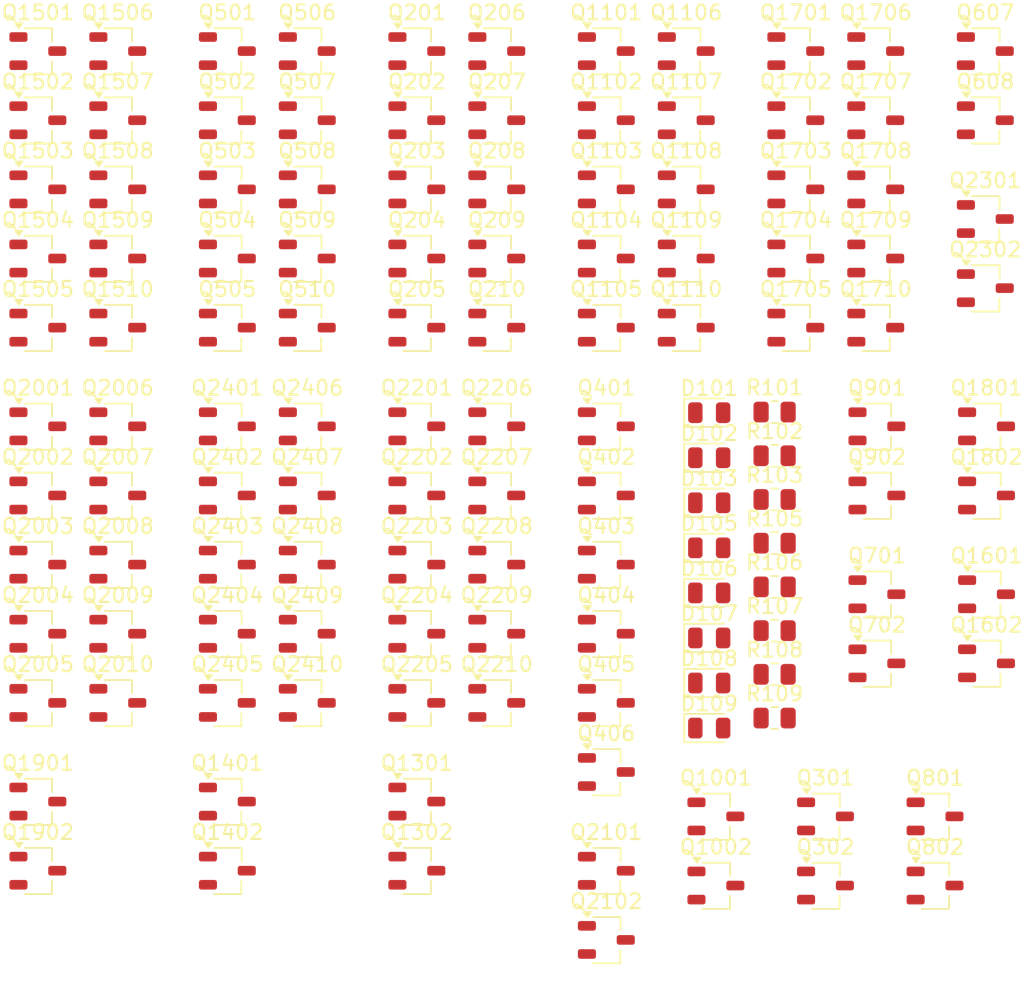
<source format=kicad_pcb>
(kicad_pcb (version 20241229) (generator "pcbnew") (generator_version "9.0")
  (layers (0 "F.Cu" signal) (2 "B.Cu" signal) (13 "F.Paste" user) (15 "B.Paste" user) (5 "F.SilkS" user "F.Silkscreen") (7 "B.SilkS" user "B.Silkscreen") (1 "F.Mask" user) (3 "B.Mask" user) (25 "Edge.Cuts" user))
  (net 0 "")
  (net 1 "Net-(Q401-D)")
  (net 2 "GND")
  (net 3 "/2and2/A")
  (net 4 "/CTRL0")
  (net 5 "VCC")
  (net 6 "Net-(Q402-S)")
  (net 7 "/sub_ctrl3")
  (net 8 "Net-(Q501-D)")
  (net 9 "/4and2/B")
  (net 10 "Net-(D101-A)")
  (net 11 "Net-(Q504-S)")
  (net 12 "Net-(Q505-S)")
  (net 13 "/CTRL4")
  (net 14 "Net-(Q506-S)")
  (net 15 "/CTRL3")
  (net 16 "/4and2/C")
  (net 17 "/4and2/Y")
  (net 18 "/CTRL2")
  (net 19 "/CTRL1")
  (net 20 "Net-(D102-A)")
  (net 21 "Net-(D103-A)")
  (net 22 "Net-(D105-A)")
  (net 23 "Net-(D106-A)")
  (net 24 "Net-(D107-A)")
  (net 25 "Net-(D108-A)")
  (net 26 "Net-(D109-A)")
  (net 27 "Net-(Q201-D)")
  (net 28 "/4and3/B")
  (net 29 "Net-(Q204-S)")
  (net 30 "Net-(Q205-S)")
  (net 31 "Net-(Q206-S)")
  (net 32 "/4and3/C")
  (net 33 "/4and3/Y")
  (net 34 "/4and2/D")
  (net 35 "Net-(Q1101-D)")
  (net 36 "/4and4/D")
  (net 37 "/4and4/B")
  (net 38 "Net-(Q1104-S)")
  (net 39 "Net-(Q1105-S)")
  (net 40 "Net-(Q1106-S)")
  (net 41 "/4and4/Y")
  (net 42 "Net-(Q1501-D)")
  (net 43 "/4and6/B")
  (net 44 "Net-(Q1504-S)")
  (net 45 "Net-(Q1505-S)")
  (net 46 "Net-(Q1506-S)")
  (net 47 "/4and6/Y")
  (net 48 "Net-(Q1701-D)")
  (net 49 "/4and7/D")
  (net 50 "Net-(Q1704-S)")
  (net 51 "Net-(Q1705-S)")
  (net 52 "Net-(Q1706-S)")
  (net 53 "/4and7/C")
  (net 54 "/4and7/Y")
  (net 55 "Net-(Q2001-D)")
  (net 56 "Net-(Q2004-S)")
  (net 57 "Net-(Q2005-S)")
  (net 58 "/4and8/C")
  (net 59 "Net-(Q2006-S)")
  (net 60 "/4and8/Y")
  (net 61 "/4and9/D")
  (net 62 "Net-(Q2201-D)")
  (net 63 "Net-(Q2204-S)")
  (net 64 "Net-(Q2205-S)")
  (net 65 "Net-(Q2206-S)")
  (net 66 "/4and9/Y")
  (net 67 "Net-(Q2401-D)")
  (net 68 "Net-(Q2404-S)")
  (net 69 "Net-(Q2405-S)")
  (net 70 "Net-(Q2406-S)")
  (net 71 "/4and10/Y")
  (footprint "Resistor_SMD:R_0805_2012Metric" (layer "F.Cu") (at 111.87 93)
    (property "Reference" "R102" (at 0 -1.65 0) (layer "F.SilkS"))
    (property "Value" "330")
    (pad "1" smd roundrect (at -0.9125 0) (size 1.025 1.4) (layers "F.Cu" "F.Mask" "F.Paste") (roundrect_rratio 0.243902) (net 17 "/4and2/Y"))
    (pad "2" smd roundrect (at 0.9125 0) (size 1.025 1.4) (layers "F.Cu" "F.Mask" "F.Paste") (roundrect_rratio 0.243902) (net 20 "Net-(D102-A)"))
  )
  (footprint "Package_TO_SOT_SMD:TSOT-23" (layer "F.Cu") (at 87.74 75.025)
    (property "Reference" "Q203" (at 0 -2.6 0) (layer "F.SilkS"))
    (property "Value" "PMOS")
    (pad "1" smd roundrect (at -1.31 -0.95) (size 1.22 0.65) (layers "F.Cu" "F.Mask" "F.Paste") (net 27 "Net-(Q201-D)"))
    (pad "2" smd roundrect (at -1.31 0.95) (size 1.22 0.65) (layers "F.Cu" "F.Mask" "F.Paste") (net 7 "/sub_ctrl3"))
    (pad "3" smd roundrect (at 1.31 0) (size 1.22 0.65) (layers "F.Cu" "F.Mask" "F.Paste") (net 5 "VCC"))
  )
  (footprint "Package_TO_SOT_SMD:TSOT-23" (layer "F.Cu") (at 100.52 114.34)
    (property "Reference" "Q406" (at 0 -2.6 0) (layer "F.SilkS"))
    (property "Value" "NMOS")
    (pad "1" smd roundrect (at -1.31 -0.95) (size 1.22 0.65) (layers "F.Cu" "F.Mask" "F.Paste") (net 7 "/sub_ctrl3"))
    (pad "2" smd roundrect (at -1.31 0.95) (size 1.22 0.65) (layers "F.Cu" "F.Mask" "F.Paste") (net 1 "Net-(Q401-D)"))
    (pad "3" smd roundrect (at 1.31 0) (size 1.22 0.65) (layers "F.Cu" "F.Mask" "F.Paste") (net 2 "GND"))
  )
  (footprint "Package_TO_SOT_SMD:TSOT-23" (layer "F.Cu") (at 105.91 79.69)
    (property "Reference" "Q1109" (at 0 -2.6 0) (layer "F.SilkS"))
    (property "Value" "PMOS")
    (pad "1" smd roundrect (at -1.31 -0.95) (size 1.22 0.65) (layers "F.Cu" "F.Mask" "F.Paste") (net 41 "/4and4/Y"))
    (pad "2" smd roundrect (at -1.31 0.95) (size 1.22 0.65) (layers "F.Cu" "F.Mask" "F.Paste") (net 35 "Net-(Q1101-D)"))
    (pad "3" smd roundrect (at 1.31 0) (size 1.22 0.65) (layers "F.Cu" "F.Mask" "F.Paste") (net 5 "VCC"))
  )
  (footprint "Package_TO_SOT_SMD:TSOT-23" (layer "F.Cu") (at 93.13 95.68)
    (property "Reference" "Q2207" (at 0 -2.6 0) (layer "F.SilkS"))
    (property "Value" "NMOS")
    (pad "1" smd roundrect (at -1.31 -0.95) (size 1.22 0.65) (layers "F.Cu" "F.Mask" "F.Paste") (net 65 "Net-(Q2206-S)"))
    (pad "2" smd roundrect (at -1.31 0.95) (size 1.22 0.65) (layers "F.Cu" "F.Mask" "F.Paste") (net 61 "/4and9/D"))
    (pad "3" smd roundrect (at 1.31 0) (size 1.22 0.65) (layers "F.Cu" "F.Mask" "F.Paste") (net 2 "GND"))
  )
  (footprint "Package_TO_SOT_SMD:TSOT-23" (layer "F.Cu") (at 93.13 70.36)
    (property "Reference" "Q207" (at 0 -2.6 0) (layer "F.SilkS"))
    (property "Value" "NMOS")
    (pad "1" smd roundrect (at -1.31 -0.95) (size 1.22 0.65) (layers "F.Cu" "F.Mask" "F.Paste") (net 31 "Net-(Q206-S)"))
    (pad "2" smd roundrect (at -1.31 0.95) (size 1.22 0.65) (layers "F.Cu" "F.Mask" "F.Paste") (net 4 "/CTRL0"))
    (pad "3" smd roundrect (at 1.31 0) (size 1.22 0.65) (layers "F.Cu" "F.Mask" "F.Paste") (net 2 "GND"))
  )
  (footprint "Package_TO_SOT_SMD:TSOT-23" (layer "F.Cu") (at 113.3 75.025)
    (property "Reference" "Q1703" (at 0 -2.6 0) (layer "F.SilkS"))
    (property "Value" "PMOS")
    (pad "1" smd roundrect (at -1.31 -0.95) (size 1.22 0.65) (layers "F.Cu" "F.Mask" "F.Paste") (net 48 "Net-(Q1701-D)"))
    (pad "2" smd roundrect (at -1.31 0.95) (size 1.22 0.65) (layers "F.Cu" "F.Mask" "F.Paste") (net 7 "/sub_ctrl3"))
    (pad "3" smd roundrect (at 1.31 0) (size 1.22 0.65) (layers "F.Cu" "F.Mask" "F.Paste") (net 5 "VCC"))
  )
  (footprint "Package_TO_SOT_SMD:TSOT-23" (layer "F.Cu") (at 100.52 65.695)
    (property "Reference" "Q1101" (at 0 -2.6 0) (layer "F.SilkS"))
    (property "Value" "PMOS")
    (pad "1" smd roundrect (at -1.31 -0.95) (size 1.22 0.65) (layers "F.Cu" "F.Mask" "F.Paste") (net 35 "Net-(Q1101-D)"))
    (pad "2" smd roundrect (at -1.31 0.95) (size 1.22 0.65) (layers "F.Cu" "F.Mask" "F.Paste") (net 36 "/4and4/D"))
    (pad "3" smd roundrect (at 1.31 0) (size 1.22 0.65) (layers "F.Cu" "F.Mask" "F.Paste") (net 5 "VCC"))
  )
  (footprint "Package_TO_SOT_SMD:TSOT-23" (layer "F.Cu") (at 67.57 65.695)
    (property "Reference" "Q1506" (at 0 -2.6 0) (layer "F.SilkS"))
    (property "Value" "NMOS")
    (pad "1" smd roundrect (at -1.31 -0.95) (size 1.22 0.65) (layers "F.Cu" "F.Mask" "F.Paste") (net 45 "Net-(Q1505-S)"))
    (pad "2" smd roundrect (at -1.31 0.95) (size 1.22 0.65) (layers "F.Cu" "F.Mask" "F.Paste") (net 19 "/CTRL1"))
    (pad "3" smd roundrect (at 1.31 0) (size 1.22 0.65) (layers "F.Cu" "F.Mask" "F.Paste") (net 46 "Net-(Q1506-S)"))
  )
  (footprint "Resistor_SMD:R_0805_2012Metric" (layer "F.Cu") (at 111.87 98.9)
    (property "Reference" "R105" (at 0 -1.65 0) (layer "F.SilkS"))
    (property "Value" "330")
    (pad "1" smd roundrect (at -0.9125 0) (size 1.025 1.4) (layers "F.Cu" "F.Mask" "F.Paste") (roundrect_rratio 0.243902) (net 47 "/4and6/Y"))
    (pad "2" smd roundrect (at 0.9125 0) (size 1.025 1.4) (layers "F.Cu" "F.Mask" "F.Paste") (roundrect_rratio 0.243902) (net 22 "Net-(D105-A)"))
  )
  (footprint "Package_TO_SOT_SMD:TSOT-23" (layer "F.Cu") (at 74.96 121)
    (property "Reference" "Q1402" (at 0 -2.6 0) (layer "F.SilkS"))
    (property "Value" "NMOS")
    (pad "1" smd roundrect (at -1.31 -0.95) (size 1.22 0.65) (layers "F.Cu" "F.Mask" "F.Paste") (net 36 "/4and4/D"))
    (pad "2" smd roundrect (at -1.31 0.95) (size 1.22 0.65) (layers "F.Cu" "F.Mask" "F.Paste") (net 4 "/CTRL0"))
    (pad "3" smd roundrect (at 1.31 0) (size 1.22 0.65) (layers "F.Cu" "F.Mask" "F.Paste") (net 2 "GND"))
  )
  (footprint "Package_TO_SOT_SMD:TSOT-23" (layer "F.Cu") (at 80.35 65.695)
    (property "Reference" "Q506" (at 0 -2.6 0) (layer "F.SilkS"))
    (property "Value" "NMOS")
    (pad "1" smd roundrect (at -1.31 -0.95) (size 1.22 0.65) (layers "F.Cu" "F.Mask" "F.Paste") (net 12 "Net-(Q505-S)"))
    (pad "2" smd roundrect (at -1.31 0.95) (size 1.22 0.65) (layers "F.Cu" "F.Mask" "F.Paste") (net 16 "/4and2/C"))
    (pad "3" smd roundrect (at 1.31 0) (size 1.22 0.65) (layers "F.Cu" "F.Mask" "F.Paste") (net 14 "Net-(Q506-S)"))
  )
  (footprint "Package_TO_SOT_SMD:TSOT-23" (layer "F.Cu") (at 126.16 95.68)
    (property "Reference" "Q1802" (at 0 -2.6 0) (layer "F.SilkS"))
    (property "Value" "NMOS")
    (pad "1" smd roundrect (at -1.31 -0.95) (size 1.22 0.65) (layers "F.Cu" "F.Mask" "F.Paste") (net 53 "/4and7/C"))
    (pad "2" smd roundrect (at -1.31 0.95) (size 1.22 0.65) (layers "F.Cu" "F.Mask" "F.Paste") (net 19 "/CTRL1"))
    (pad "3" smd roundrect (at 1.31 0) (size 1.22 0.65) (layers "F.Cu" "F.Mask" "F.Paste") (net 2 "GND"))
  )
  (footprint "Package_TO_SOT_SMD:TSOT-23" (layer "F.Cu") (at 118.69 70.36)
    (property "Reference" "Q1707" (at 0 -2.6 0) (layer "F.SilkS"))
    (property "Value" "NMOS")
    (pad "1" smd roundrect (at -1.31 -0.95) (size 1.22 0.65) (layers "F.Cu" "F.Mask" "F.Paste") (net 52 "Net-(Q1706-S)"))
    (pad "2" smd roundrect (at -1.31 0.95) (size 1.22 0.65) (layers "F.Cu" "F.Mask" "F.Paste") (net 49 "/4and7/D"))
    (pad "3" smd roundrect (at 1.31 0) (size 1.22 0.65) (layers "F.Cu" "F.Mask" "F.Paste") (net 2 "GND"))
  )
  (footprint "Package_TO_SOT_SMD:TSOT-23" (layer "F.Cu") (at 62.18 100.345)
    (property "Reference" "Q2003" (at 0 -2.6 0) (layer "F.SilkS"))
    (property "Value" "PMOS")
    (pad "1" smd roundrect (at -1.31 -0.95) (size 1.22 0.65) (layers "F.Cu" "F.Mask" "F.Paste") (net 55 "Net-(Q2001-D)"))
    (pad "2" smd roundrect (at -1.31 0.95) (size 1.22 0.65) (layers "F.Cu" "F.Mask" "F.Paste") (net 7 "/sub_ctrl3"))
    (pad "3" smd roundrect (at 1.31 0) (size 1.22 0.65) (layers "F.Cu" "F.Mask" "F.Paste") (net 5 "VCC"))
  )
  (footprint "Package_TO_SOT_SMD:TSOT-23" (layer "F.Cu") (at 62.18 121)
    (property "Reference" "Q1902" (at 0 -2.6 0) (layer "F.SilkS"))
    (property "Value" "NMOS")
    (pad "1" smd roundrect (at -1.31 -0.95) (size 1.22 0.65) (layers "F.Cu" "F.Mask" "F.Paste") (net 49 "/4and7/D"))
    (pad "2" smd roundrect (at -1.31 0.95) (size 1.22 0.65) (layers "F.Cu" "F.Mask" "F.Paste") (net 4 "/CTRL0"))
    (pad "3" smd roundrect (at 1.31 0) (size 1.22 0.65) (layers "F.Cu" "F.Mask" "F.Paste") (net 2 "GND"))
  )
  (footprint "Package_TO_SOT_SMD:TSOT-23" (layer "F.Cu") (at 100.52 95.68)
    (property "Reference" "Q402" (at 0 -2.6 0) (layer "F.SilkS"))
    (property "Value" "NMOS")
    (pad "1" smd roundrect (at -1.31 -0.95) (size 1.22 0.65) (layers "F.Cu" "F.Mask" "F.Paste") (net 1 "Net-(Q401-D)"))
    (pad "2" smd roundrect (at -1.31 0.95) (size 1.22 0.65) (layers "F.Cu" "F.Mask" "F.Paste") (net 15 "/CTRL3"))
    (pad "3" smd roundrect (at 1.31 0) (size 1.22 0.65) (layers "F.Cu" "F.Mask" "F.Paste") (net 6 "Net-(Q402-S)"))
  )
  (footprint "Resistor_SMD:R_0805_2012Metric" (layer "F.Cu") (at 111.87 101.85)
    (property "Reference" "R106" (at 0 -1.65 0) (layer "F.SilkS"))
    (property "Value" "330")
    (pad "1" smd roundrect (at -0.9125 0) (size 1.025 1.4) (layers "F.Cu" "F.Mask" "F.Paste") (roundrect_rratio 0.243902) (net 54 "/4and7/Y"))
    (pad "2" smd roundrect (at 0.9125 0) (size 1.025 1.4) (layers "F.Cu" "F.Mask" "F.Paste") (roundrect_rratio 0.243902) (net 23 "Net-(D106-A)"))
  )
  (footprint "Package_TO_SOT_SMD:TSOT-23" (layer "F.Cu") (at 118.69 65.695)
    (property "Reference" "Q1706" (at 0 -2.6 0) (layer "F.SilkS"))
    (property "Value" "NMOS")
    (pad "1" smd roundrect (at -1.31 -0.95) (size 1.22 0.65) (layers "F.Cu" "F.Mask" "F.Paste") (net 51 "Net-(Q1705-S)"))
    (pad "2" smd roundrect (at -1.31 0.95) (size 1.22 0.65) (layers "F.Cu" "F.Mask" "F.Paste") (net 53 "/4and7/C"))
    (pad "3" smd roundrect (at 1.31 0) (size 1.22 0.65) (layers "F.Cu" "F.Mask" "F.Paste") (net 52 "Net-(Q1706-S)"))
  )
  (footprint "Package_TO_SOT_SMD:TSOT-23" (layer "F.Cu") (at 87.74 79.69)
    (property "Reference" "Q204" (at 0 -2.6 0) (layer "F.SilkS"))
    (property "Value" "NMOS")
    (pad "1" smd roundrect (at -1.31 -0.95) (size 1.22 0.65) (layers "F.Cu" "F.Mask" "F.Paste") (net 27 "Net-(Q201-D)"))
    (pad "2" smd roundrect (at -1.31 0.95) (size 1.22 0.65) (layers "F.Cu" "F.Mask" "F.Paste") (net 28 "/4and3/B"))
    (pad "3" smd roundrect (at 1.31 0) (size 1.22 0.65) (layers "F.Cu" "F.Mask" "F.Paste") (net 29 "Net-(Q204-S)"))
  )
  (footprint "Package_TO_SOT_SMD:TSOT-23" (layer "F.Cu") (at 118.77 107.01)
    (property "Reference" "Q702" (at 0 -2.6 0) (layer "F.SilkS"))
    (property "Value" "NMOS")
    (pad "1" smd roundrect (at -1.31 -0.95) (size 1.22 0.65) (layers "F.Cu" "F.Mask" "F.Paste") (net 34 "/4and2/D"))
    (pad "2" smd roundrect (at -1.31 0.95) (size 1.22 0.65) (layers "F.Cu" "F.Mask" "F.Paste") (net 4 "/CTRL0"))
    (pad "3" smd roundrect (at 1.31 0) (size 1.22 0.65) (layers "F.Cu" "F.Mask" "F.Paste") (net 2 "GND"))
  )
  (footprint "Package_TO_SOT_SMD:TSOT-23" (layer "F.Cu") (at 67.57 79.69)
    (property "Reference" "Q1509" (at 0 -2.6 0) (layer "F.SilkS"))
    (property "Value" "PMOS")
    (pad "1" smd roundrect (at -1.31 -0.95) (size 1.22 0.65) (layers "F.Cu" "F.Mask" "F.Paste") (net 47 "/4and6/Y"))
    (pad "2" smd roundrect (at -1.31 0.95) (size 1.22 0.65) (layers "F.Cu" "F.Mask" "F.Paste") (net 42 "Net-(Q1501-D)"))
    (pad "3" smd roundrect (at 1.31 0) (size 1.22 0.65) (layers "F.Cu" "F.Mask" "F.Paste") (net 5 "VCC"))
  )
  (footprint "Package_TO_SOT_SMD:TSOT-23" (layer "F.Cu") (at 80.35 79.69)
    (property "Reference" "Q509" (at 0 -2.6 0) (layer "F.SilkS"))
    (property "Value" "PMOS")
    (pad "1" smd roundrect (at -1.31 -0.95) (size 1.22 0.65) (layers "F.Cu" "F.Mask" "F.Paste") (net 17 "/4and2/Y"))
    (pad "2" smd roundrect (at -1.31 0.95) (size 1.22 0.65) (layers "F.Cu" "F.Mask" "F.Paste") (net 8 "Net-(Q501-D)"))
    (pad "3" smd roundrect (at 1.31 0) (size 1.22 0.65) (layers "F.Cu" "F.Mask" "F.Paste") (net 5 "VCC"))
  )
  (footprint "Package_TO_SOT_SMD:TSOT-23" (layer "F.Cu") (at 74.96 116.335)
    (property "Reference" "Q1401" (at 0 -2.6 0) (layer "F.SilkS"))
    (property "Value" "PMOS")
    (pad "1" smd roundrect (at -1.31 -0.95) (size 1.22 0.65) (layers "F.Cu" "F.Mask" "F.Paste") (net 36 "/4and4/D"))
    (pad "2" smd roundrect (at -1.31 0.95) (size 1.22 0.65) (layers "F.Cu" "F.Mask" "F.Paste") (net 4 "/CTRL0"))
    (pad "3" smd roundrect (at 1.31 0) (size 1.22 0.65) (layers "F.Cu" "F.Mask" "F.Paste") (net 5 "VCC"))
  )
  (footprint "Package_TO_SOT_SMD:TSOT-23" (layer "F.Cu") (at 74.96 70.36)
    (property "Reference" "Q502" (at 0 -2.6 0) (layer "F.SilkS"))
    (property "Value" "PMOS")
    (pad "1" smd roundrect (at -1.31 -0.95) (size 1.22 0.65) (layers "F.Cu" "F.Mask" "F.Paste") (net 8 "Net-(Q501-D)"))
    (pad "2" smd roundrect (at -1.31 0.95) (size 1.22 0.65) (layers "F.Cu" "F.Mask" "F.Paste") (net 9 "/4and2/B"))
    (pad "3" smd roundrect (at 1.31 0) (size 1.22 0.65) (layers "F.Cu" "F.Mask" "F.Paste") (net 5 "VCC"))
  )
  (footprint "Package_TO_SOT_SMD:TSOT-23" (layer "F.Cu") (at 115.3 117.335)
    (property "Reference" "Q301" (at 0 -2.6 0) (layer "F.SilkS"))
    (property "Value" "PMOS")
    (pad "1" smd roundrect (at -1.31 -0.95) (size 1.22 0.65) (layers "F.Cu" "F.Mask" "F.Paste") (net 16 "/4and2/C"))
    (pad "2" smd roundrect (at -1.31 0.95) (size 1.22 0.65) (layers "F.Cu" "F.Mask" "F.Paste") (net 19 "/CTRL1"))
    (pad "3" smd roundrect (at 1.31 0) (size 1.22 0.65) (layers "F.Cu" "F.Mask" "F.Paste") (net 5 "VCC"))
  )
  (footprint "Package_TO_SOT_SMD:TSOT-23" (layer "F.Cu") (at 105.91 65.695)
    (property "Reference" "Q1106" (at 0 -2.6 0) (layer "F.SilkS"))
    (property "Value" "NMOS")
    (pad "1" smd roundrect (at -1.31 -0.95) (size 1.22 0.65) (layers "F.Cu" "F.Mask" "F.Paste") (net 39 "Net-(Q1105-S)"))
    (pad "2" smd roundrect (at -1.31 0.95) (size 1.22 0.65) (layers "F.Cu" "F.Mask" "F.Paste") (net 19 "/CTRL1"))
    (pad "3" smd roundrect (at 1.31 0) (size 1.22 0.65) (layers "F.Cu" "F.Mask" "F.Paste") (net 40 "Net-(Q1106-S)"))
  )
  (footprint "Package_TO_SOT_SMD:TSOT-23" (layer "F.Cu") (at 87.74 65.695)
    (property "Reference" "Q201" (at 0 -2.6 0) (layer "F.SilkS"))
    (property "Value" "PMOS")
    (pad "1" smd roundrect (at -1.31 -0.95) (size 1.22 0.65) (layers "F.Cu" "F.Mask" "F.Paste") (net 27 "Net-(Q201-D)"))
    (pad "2" smd roundrect (at -1.31 0.95) (size 1.22 0.65) (layers "F.Cu" "F.Mask" "F.Paste") (net 4 "/CTRL0"))
    (pad "3" smd roundrect (at 1.31 0) (size 1.22 0.65) (layers "F.Cu" "F.Mask" "F.Paste") (net 5 "VCC"))
  )
  (footprint "Package_TO_SOT_SMD:TSOT-23" (layer "F.Cu") (at 80.35 100.345)
    (property "Reference" "Q2408" (at 0 -2.6 0) (layer "F.SilkS"))
    (property "Value" "PMOS")
    (pad "1" smd roundrect (at -1.31 -0.95) (size 1.22 0.65) (layers "F.Cu" "F.Mask" "F.Paste") (net 67 "Net-(Q2401-D)"))
    (pad "2" smd roundrect (at -1.31 0.95) (size 1.22 0.65) (layers "F.Cu" "F.Mask" "F.Paste") (net 19 "/CTRL1"))
    (pad "3" smd roundrect (at 1.31 0) (size 1.22 0.65) (layers "F.Cu" "F.Mask" "F.Paste") (net 5 "VCC"))
  )
  (footprint "LED_SMD:LED_0805_2012Metric" (layer "F.Cu") (at 107.46 108.335)
    (property "Reference" "D108" (at 0 -1.65 0) (layer "F.SilkS"))
    (property "Value" "LED14")
    (pad "1" smd roundrect (at -0.9375 0) (size 0.975 1.4) (layers "F.Cu" "F.Mask" "F.Paste") (net 2 "GND"))
    (pad "2" smd roundrect (at 0.9375 0) (size 0.975 1.4) (layers "F.Cu" "F.Mask" "F.Paste") (net 25 "Net-(D108-A)"))
  )
  (footprint "Resistor_SMD:R_0805_2012Metric" (layer "F.Cu") (at 111.87 95.95)
    (property "Reference" "R103" (at 0 -1.65 0) (layer "F.SilkS"))
    (property "Value" "330")
    (pad "1" smd roundrect (at -0.9125 0) (size 1.025 1.4) (layers "F.Cu" "F.Mask" "F.Paste") (roundrect_rratio 0.243902) (net 41 "/4and4/Y"))
    (pad "2" smd roundrect (at 0.9125 0) (size 1.025 1.4) (layers "F.Cu" "F.Mask" "F.Paste") (roundrect_rratio 0.243902) (net 21 "Net-(D103-A)"))
  )
  (footprint "Package_TO_SOT_SMD:TSOT-23" (layer "F.Cu") (at 100.52 79.69)
    (property "Reference" "Q1104" (at 0 -2.6 0) (layer "F.SilkS"))
    (property "Value" "NMOS")
    (pad "1" smd roundrect (at -1.31 -0.95) (size 1.22 0.65) (layers "F.Cu" "F.Mask" "F.Paste") (net 35 "Net-(Q1101-D)"))
    (pad "2" smd roundrect (at -1.31 0.95) (size 1.22 0.65) (layers "F.Cu" "F.Mask" "F.Paste") (net 37 "/4and4/B"))
    (pad "3" smd roundrect (at 1.31 0) (size 1.22 0.65) (layers "F.Cu" "F.Mask" "F.Paste") (net 38 "Net-(Q1104-S)"))
  )
  (footprint "Package_TO_SOT_SMD:TSOT-23" (layer "F.Cu") (at 100.52 70.36)
    (property "Reference" "Q1102" (at 0 -2.6 0) (layer "F.SilkS"))
    (property "Value" "PMOS")
    (pad "1" smd roundrect (at -1.31 -0.95) (size 1.22 0.65) (layers "F.Cu" "F.Mask" "F.Paste") (net 35 "Net-(Q1101-D)"))
    (pad "2" smd roundrect (at -1.31 0.95) (size 1.22 0.65) (layers "F.Cu" "F.Mask" "F.Paste") (net 37 "/4and4/B"))
    (pad "3" smd roundrect (at 1.31 0) (size 1.22 0.65) (layers "F.Cu" "F.Mask" "F.Paste") (net 5 "VCC"))
  )
  (footprint "Package_TO_SOT_SMD:TSOT-23" (layer "F.Cu") (at 62.18 105.01)
    (property "Reference" "Q2004" (at 0 -2.6 0) (layer "F.SilkS"))
    (property "Value" "NMOS")
    (pad "1" smd roundrect (at -1.31 -0.95) (size 1.22 0.65) (layers "F.Cu" "F.Mask" "F.Paste") (net 55 "Net-(Q2001-D)"))
    (pad "2" smd roundrect (at -1.31 0.95) (size 1.22 0.65) (layers "F.Cu" "F.Mask" "F.Paste") (net 18 "/CTRL2"))
    (pad "3" smd roundrect (at 1.31 0) (size 1.22 0.65) (layers "F.Cu" "F.Mask" "F.Paste") (net 56 "Net-(Q2004-S)"))
  )
  (footprint "Package_TO_SOT_SMD:TSOT-23" (layer "F.Cu") (at 74.96 75.025)
    (property "Reference" "Q503" (at 0 -2.6 0) (layer "F.SilkS"))
    (property "Value" "PMOS")
    (pad "1" smd roundrect (at -1.31 -0.95) (size 1.22 0.65) (layers "F.Cu" "F.Mask" "F.Paste") (net 8 "Net-(Q501-D)"))
    (pad "2" smd roundrect (at -1.31 0.95) (size 1.22 0.65) (layers "F.Cu" "F.Mask" "F.Paste") (net 7 "/sub_ctrl3"))
    (pad "3" smd roundrect (at 1.31 0) (size 1.22 0.65) (layers "F.Cu" "F.Mask" "F.Paste") (net 5 "VCC"))
  )
  (footprint "Package_TO_SOT_SMD:TSOT-23" (layer "F.Cu") (at 80.35 91.015)
    (property "Reference" "Q2406" (at 0 -2.6 0) (layer "F.SilkS"))
    (property "Value" "NMOS")
    (pad "1" smd roundrect (at -1.31 -0.95) (size 1.22 0.65) (layers "F.Cu" "F.Mask" "F.Paste") (net 69 "Net-(Q2405-S)"))
    (pad "2" smd roundrect (at -1.31 0.95) (size 1.22 0.65) (layers "F.Cu" "F.Mask" "F.Paste") (net 19 "/CTRL1"))
    (pad "3" smd roundrect (at 1.31 0) (size 1.22 0.65) (layers "F.Cu" "F.Mask" "F.Paste") (net 70 "Net-(Q2406-S)"))
  )
  (footprint "Package_TO_SOT_SMD:TSOT-23" (layer "F.Cu") (at 62.18 84.355)
    (property "Reference" "Q1505" (at 0 -2.6 0) (layer "F.SilkS"))
    (property "Value" "NMOS")
    (pad "1" smd roundrect (at -1.31 -0.95) (size 1.22 0.65) (layers "F.Cu" "F.Mask" "F.Paste") (net 44 "Net-(Q1504-S)"))
    (pad "2" smd roundrect (at -1.31 0.95) (size 1.22 0.65) (layers "F.Cu" "F.Mask" "F.Paste") (net 7 "/sub_ctrl3"))
    (pad "3" smd roundrect (at 1.31 0) (size 1.22 0.65) (layers "F.Cu" "F.Mask" "F.Paste") (net 45 "Net-(Q1505-S)"))
  )
  (footprint "Package_TO_SOT_SMD:TSOT-23" (layer "F.Cu") (at 93.13 79.69)
    (property "Reference" "Q209" (at 0 -2.6 0) (layer "F.SilkS"))
    (property "Value" "PMOS")
    (pad "1" smd roundrect (at -1.31 -0.95) (size 1.22 0.65) (layers "F.Cu" "F.Mask" "F.Paste") (net 33 "/4and3/Y"))
    (pad "2" smd roundrect (at -1.31 0.95) (size 1.22 0.65) (layers "F.Cu" "F.Mask" "F.Paste") (net 27 "Net-(Q201-D)"))
    (pad "3" smd roundrect (at 1.31 0) (size 1.22 0.65) (layers "F.Cu" "F.Mask" "F.Paste") (net 5 "VCC"))
  )
  (footprint "Package_TO_SOT_SMD:TSOT-23" (layer "F.Cu") (at 105.91 75.025)
    (property "Reference" "Q1108" (at 0 -2.6 0) (layer "F.SilkS"))
    (property "Value" "PMOS")
    (pad "1" smd roundrect (at -1.31 -0.95) (size 1.22 0.65) (layers "F.Cu" "F.Mask" "F.Paste") (net 35 "Net-(Q1101-D)"))
    (pad "2" smd roundrect (at -1.31 0.95) (size 1.22 0.65) (layers "F.Cu" "F.Mask" "F.Paste") (net 19 "/CTRL1"))
    (pad "3" smd roundrect (at 1.31 0) (size 1.22 0.65) (layers "F.Cu" "F.Mask" "F.Paste") (net 5 "VCC"))
  )
  (footprint "Package_TO_SOT_SMD:TSOT-23" (layer "F.Cu") (at 126.08 70.36)
    (property "Reference" "Q608" (at 0 -2.6 0) (layer "F.SilkS"))
    (property "Value" "NMOS")
    (pad "1" smd roundrect (at -1.31 -0.95) (size 1.22 0.65) (layers "F.Cu" "F.Mask" "F.Paste") (net 9 "/4and2/B"))
    (pad "2" smd roundrect (at -1.31 0.95) (size 1.22 0.65) (layers "F.Cu" "F.Mask" "F.Paste") (net 18 "/CTRL2"))
    (pad "3" smd roundrect (at 1.31 0) (size 1.22 0.65) (layers "F.Cu" "F.Mask" "F.Paste") (net 2 "GND"))
  )
  (footprint "Package_TO_SOT_SMD:TSOT-23" (layer "F.Cu") (at 80.35 109.675)
    (property "Reference" "Q2410" (at 0 -2.6 0) (layer "F.SilkS"))
    (property "Value" "NMOS")
    (pad "1" smd roundrect (at -1.31 -0.95) (size 1.22 0.65) (layers "F.Cu" "F.Mask" "F.Paste") (net 71 "/4and10/Y"))
    (pad "2" smd roundrect (at -1.31 0.95) (size 1.22 0.65) (layers "F.Cu" "F.Mask" "F.Paste") (net 67 "Net-(Q2401-D)"))
    (pad "3" smd roundrect (at 1.31 0) (size 1.22 0.65) (layers "F.Cu" "F.Mask" "F.Paste") (net 2 "GND"))
  )
  (footprint "Package_TO_SOT_SMD:TSOT-23" (layer "F.Cu") (at 93.13 84.355)
    (property "Reference" "Q210" (at 0 -2.6 0) (layer "F.SilkS"))
    (property "Value" "NMOS")
    (pad "1" smd roundrect (at -1.31 -0.95) (size 1.22 0.65) (layers "F.Cu" "F.Mask" "F.Paste") (net 33 "/4and3/Y"))
    (pad "2" smd roundrect (at -1.31 0.95) (size 1.22 0.65) (layers "F.Cu" "F.Mask" "F.Paste") (net 27 "Net-(Q201-D)"))
    (pad "3" smd roundrect (at 1.31 0) (size 1.22 0.65) (layers "F.Cu" "F.Mask" "F.Paste") (net 2 "GND"))
  )
  (footprint "Package_TO_SOT_SMD:TSOT-23" (layer "F.Cu") (at 67.57 91.015)
    (property "Reference" "Q2006" (at 0 -2.6 0) (layer "F.SilkS"))
    (property "Value" "NMOS")
    (pad "1" smd roundrect (at -1.31 -0.95) (size 1.22 0.65) (layers "F.Cu" "F.Mask" "F.Paste") (net 57 "Net-(Q2005-S)"))
    (pad "2" smd roundrect (at -1.31 0.95) (size 1.22 0.65) (layers "F.Cu" "F.Mask" "F.Paste") (net 58 "/4and8/C"))
    (pad "3" smd roundrect (at 1.31 0) (size 1.22 0.65) (layers "F.Cu" "F.Mask" "F.Paste") (net 59 "Net-(Q2006-S)"))
  )
  (footprint "Package_TO_SOT_SMD:TSOT-23" (layer "F.Cu") (at 74.96 109.675)
    (property "Reference" "Q2405" (at 0 -2.6 0) (layer "F.SilkS"))
    (property "Value" "NMOS")
    (pad "1" smd roundrect (at -1.31 -0.95) (size 1.22 0.65) (layers "F.Cu" "F.Mask" "F.Paste") (net 68 "Net-(Q2404-S)"))
    (pad "2" smd roundrect (at -1.31 0.95) (size 1.22 0.65) (layers "F.Cu" "F.Mask" "F.Paste") (net 7 "/sub_ctrl3"))
    (pad "3" smd roundrect (at 1.31 0) (size 1.22 0.65) (layers "F.Cu" "F.Mask" "F.Paste") (net 69 "Net-(Q2405-S)"))
  )
  (footprint "Package_TO_SOT_SMD:TSOT-23" (layer "F.Cu") (at 100.52 121.005)
    (property "Reference" "Q2101" (at 0 -2.6 0) (layer "F.SilkS"))
    (property "Value" "PMOS")
    (pad "1" smd roundrect (at -1.31 -0.95) (size 1.22 0.65) (layers "F.Cu" "F.Mask" "F.Paste") (net 58 "/4and8/C"))
    (pad "2" smd roundrect (at -1.31 0.95) (size 1.22 0.65) (layers "F.Cu" "F.Mask" "F.Paste") (net 19 "/CTRL1"))
    (pad "3" smd roundrect (at 1.31 0) (size 1.22 0.65) (layers "F.Cu" "F.Mask" "F.Paste") (net 5 "VCC"))
  )
  (footprint "Package_TO_SOT_SMD:TSOT-23" (layer "F.Cu") (at 100.52 75.025)
    (property "Reference" "Q1103" (at 0 -2.6 0) (layer "F.SilkS"))
    (property "Value" "PMOS")
    (pad "1" smd roundrect (at -1.31 -0.95) (size 1.22 0.65) (layers "F.Cu" "F.Mask" "F.Paste") (net 35 "Net-(Q1101-D)"))
    (pad "2" smd roundrect (at -1.31 0.95) (size 1.22 0.65) (layers "F.Cu" "F.Mask" "F.Paste") (net 7 "/sub_ctrl3"))
    (pad "3" smd roundrect (at 1.31 0) (size 1.22 0.65) (layers "F.Cu" "F.Mask" "F.Paste") (net 5 "VCC"))
  )
  (footprint "Package_TO_SOT_SMD:TSOT-23" (layer "F.Cu") (at 122.69 122)
    (property "Reference" "Q802" (at 0 -2.6 0) (layer "F.SilkS"))
    (property "Value" "NMOS")
    (pad "1" smd roundrect (at -1.31 -0.95) (size 1.22 0.65) (layers "F.Cu" "F.Mask" "F.Paste") (net 28 "/4and3/B"))
    (pad "2" smd roundrect (at -1.31 0.95) (size 1.22 0.65) (layers "F.Cu" "F.Mask" "F.Paste") (net 18 "/CTRL2"))
    (pad "3" smd roundrect (at 1.31 0) (size 1.22 0.65) (layers "F.Cu" "F.Mask" "F.Paste") (net 2 "GND"))
  )
  (footprint "Package_TO_SOT_SMD:TSOT-23" (layer "F.Cu") (at 126.08 65.695)
    (property "Reference" "Q607" (at 0 -2.6 0) (layer "F.SilkS"))
    (property "Value" "PMOS")
    (pad "1" smd roundrect (at -1.31 -0.95) (size 1.22 0.65) (layers "F.Cu" "F.Mask" "F.Paste") (net 9 "/4and2/B"))
    (pad "2" smd roundrect (at -1.31 0.95) (size 1.22 0.65) (layers "F.Cu" "F.Mask" "F.Paste") (net 18 "/CTRL2"))
    (pad "3" smd roundrect (at 1.31 0) (size 1.22 0.65) (layers "F.Cu" "F.Mask" "F.Paste") (net 5 "VCC"))
  )
  (footprint "Package_TO_SOT_SMD:TSOT-23" (layer "F.Cu") (at 67.57 84.355)
    (property "Reference" "Q1510" (at 0 -2.6 0) (layer "F.SilkS"))
    (property "Value" "NMOS")
    (pad "1" smd roundrect (at -1.31 -0.95) (size 1.22 0.65) (layers "F.Cu" "F.Mask" "F.Paste") (net 47 "/4and6/Y"))
    (pad "2" smd roundrect (at -1.31 0.95) (size 1.22 0.65) (layers "F.Cu" "F.Mask" "F.Paste") (net 42 "Net-(Q1501-D)"))
    (pad "3" smd roundrect (at 1.31 0) (size 1.22 0.65) (layers "F.Cu" "F.Mask" "F.Paste") (net 2 "GND"))
  )
  (footprint "Package_TO_SOT_SMD:TSOT-23" (layer "F.Cu") (at 126.16 102.345)
    (property "Reference" "Q1601" (at 0 -2.6 0) (layer "F.SilkS"))
    (property "Value" "PMOS")
    (pad "1" smd roundrect (at -1.31 -0.95) (size 1.22 0.65) (layers "F.Cu" "F.Mask" "F.Paste") (net 43 "/4and6/B"))
    (pad "2" smd roundrect (at -1.31 0.95) (size 1.22 0.65) (layers "F.Cu" "F.Mask" "F.Paste") (net 18 "/CTRL2"))
    (pad "3" smd roundrect (at 1.31 0) (size 1.22 0.65) (layers "F.Cu" "F.Mask" "F.Paste") (net 5 "VCC"))
  )
  (footprint "Package_TO_SOT_SMD:TSOT-23" (layer "F.Cu") (at 74.96 100.345)
    (property "Reference" "Q2403" (at 0 -2.6 0) (layer "F.SilkS"))
    (property "Value" "PMOS")
    (pad "1" smd roundrect (at -1.31 -0.95) (size 1.22 0.65) (layers "F.Cu" "F.Mask" "F.Paste") (net 67 "Net-(Q2401-D)"))
    (pad "2" smd roundrect (at -1.31 0.95) (size 1.22 0.65) (layers "F.Cu" "F.Mask" "F.Paste") (net 7 "/sub_ctrl3"))
    (pad "3" smd roundrect (at 1.31 0) (size 1.22 0.65) (layers "F.Cu" "F.Mask" "F.Paste") (net 5 "VCC"))
  )
  (footprint "Resistor_SMD:R_0805_2012Metric" (layer "F.Cu") (at 111.87 90.05)
    (property "Reference" "R101" (at 0 -1.65 0) (layer "F.SilkS"))
    (property "Value" "330")
    (pad "1" smd roundrect (at -0.9125 0) (size 1.025 1.4) (layers "F.Cu" "F.Mask" "F.Paste") (roundrect_rratio 0.243902) (net 33 "/4and3/Y"))
    (pad "2" smd roundrect (at 0.9125 0) (size 1.025 1.4) (layers "F.Cu" "F.Mask" "F.Paste") (roundrect_rratio 0.243902) (net 10 "Net-(D101-A)"))
  )
  (footprint "Package_TO_SOT_SMD:TSOT-23" (layer "F.Cu") (at 107.91 122)
    (property "Reference" "Q1002" (at 0 -2.6 0) (layer "F.SilkS"))
    (property "Value" "NMOS")
    (pad "1" smd roundrect (at -1.31 -0.95) (size 1.22 0.65) (layers "F.Cu" "F.Mask" "F.Paste") (net 3 "/2and2/A"))
    (pad "2" smd roundrect (at -1.31 0.95) (size 1.22 0.65) (layers "F.Cu" "F.Mask" "F.Paste") (net 13 "/CTRL4"))
    (pad "3" smd roundrect (at 1.31 0) (size 1.22 0.65) (layers "F.Cu" "F.Mask" "F.Paste") (net 2 "GND"))
  )
  (footprint "Package_TO_SOT_SMD:TSOT-23" (layer "F.Cu") (at 100.52 100.345)
    (property "Reference" "Q403" (at 0 -2.6 0) (layer "F.SilkS"))
    (property "Value" "NMOS")
    (pad "1" smd roundrect (at -1.31 -0.95) (size 1.22 0.65) (layers "F.Cu" "F.Mask" "F.Paste") (net 6 "Net-(Q402-S)"))
    (pad "2" smd roundrect (at -1.31 0.95) (size 1.22 0.65) (layers "F.Cu" "F.Mask" "F.Paste") (net 3 "/2and2/A"))
    (pad "3" smd roundrect (at 1.31 0) (size 1.22 0.65) (layers "F.Cu" "F.Mask" "F.Paste") (net 2 "GND"))
  )
  (footprint "Package_TO_SOT_SMD:TSOT-23" (layer "F.Cu") (at 118.69 84.355)
    (property "Reference" "Q1710" (at 0 -2.6 0) (layer "F.SilkS"))
    (property "Value" "NMOS")
    (pad "1" smd roundrect (at -1.31 -0.95) (size 1.22 0.65) (layers "F.Cu" "F.Mask" "F.Paste") (net 54 "/4and7/Y"))
    (pad "2" smd roundrect (at -1.31 0.95) (size 1.22 0.65) (layers "F.Cu" "F.Mask" "F.Paste") (net 48 "Net-(Q1701-D)"))
    (pad "3" smd roundrect (at 1.31 0) (size 1.22 0.65) (layers "F.Cu" "F.Mask" "F.Paste") (net 2 "GND"))
  )
  (footprint "Package_TO_SOT_SMD:TSOT-23" (layer "F.Cu") (at 122.69 117.335)
    (property "Reference" "Q801" (at 0 -2.6 0) (layer "F.SilkS"))
    (property "Value" "PMOS")
    (pad "1" smd roundrect (at -1.31 -0.95) (size 1.22 0.65) (layers "F.Cu" "F.Mask" "F.Paste") (net 28 "/4and3/B"))
    (pad "2" smd roundrect (at -1.31 0.95) (size 1.22 0.65) (layers "F.Cu" "F.Mask" "F.Paste") (net 18 "/CTRL2"))
    (pad "3" smd roundrect (at 1.31 0) (size 1.22 0.65) (layers "F.Cu" "F.Mask" "F.Paste") (net 5 "VCC"))
  )
  (footprint "Package_TO_SOT_SMD:TSOT-23" (layer "F.Cu") (at 93.13 65.695)
    (property "Reference" "Q206" (at 0 -2.6 0) (layer "F.SilkS"))
    (property "Value" "NMOS")
    (pad "1" smd roundrect (at -1.31 -0.95) (size 1.22 0.65) (layers "F.Cu" "F.Mask" "F.Paste") (net 30 "Net-(Q205-S)"))
    (pad "2" smd roundrect (at -1.31 0.95) (size 1.22 0.65) (layers "F.Cu" "F.Mask" "F.Paste") (net 32 "/4and3/C"))
    (pad "3" smd roundrect (at 1.31 0) (size 1.22 0.65) (layers "F.Cu" "F.Mask" "F.Paste") (net 31 "Net-(Q206-S)"))
  )
  (footprint "Package_TO_SOT_SMD:TSOT-23" (layer "F.Cu") (at 126.16 91.015)
    (property "Reference" "Q1801" (at 0 -2.6 0) (layer "F.SilkS"))
    (property "Value" "PMOS")
    (pad "1" smd roundrect (at -1.31 -0.95) (size 1.22 0.65) (layers "F.Cu" "F.Mask" "F.Paste") (net 53 "/4and7/C"))
    (pad "2" smd roundrect (at -1.31 0.95) (size 1.22 0.65) (layers "F.Cu" "F.Mask" "F.Paste") (net 19 "/CTRL1"))
    (pad "3" smd roundrect (at 1.31 0) (size 1.22 0.65) (layers "F.Cu" "F.Mask" "F.Paste") (net 5 "VCC"))
  )
  (footprint "Package_TO_SOT_SMD:TSOT-23" (layer "F.Cu") (at 74.96 91.015)
    (property "Reference" "Q2401" (at 0 -2.6 0) (layer "F.SilkS"))
    (property "Value" "PMOS")
    (pad "1" smd roundrect (at -1.31 -0.95) (size 1.22 0.65) (layers "F.Cu" "F.Mask" "F.Paste") (net 67 "Net-(Q2401-D)"))
    (pad "2" smd roundrect (at -1.31 0.95) (size 1.22 0.65) (layers "F.Cu" "F.Mask" "F.Paste") (net 4 "/CTRL0"))
    (pad "3" smd roundrect (at 1.31 0) (size 1.22 0.65) (layers "F.Cu" "F.Mask" "F.Paste") (net 5 "VCC"))
  )
  (footprint "Package_TO_SOT_SMD:TSOT-23" (layer "F.Cu") (at 126.16 107.01)
    (property "Reference" "Q1602" (at 0 -2.6 0) (layer "F.SilkS"))
    (property "Value" "NMOS")
    (pad "1" smd roundrect (at -1.31 -0.95) (size 1.22 0.65) (layers "F.Cu" "F.Mask" "F.Paste") (net 43 "/4and6/B"))
    (pad "2" smd roundrect (at -1.31 0.95) (size 1.22 0.65) (layers "F.Cu" "F.Mask" "F.Paste") (net 18 "/CTRL2"))
    (pad "3" smd roundrect (at 1.31 0) (size 1.22 0.65) (layers "F.Cu" "F.Mask" "F.Paste") (net 2 "GND"))
  )
  (footprint "Package_TO_SOT_SMD:TSOT-23" (layer "F.Cu") (at 126.08 77.025)
    (property "Reference" "Q2301" (at 0 -2.6 0) (layer "F.SilkS"))
    (property "Value" "PMOS")
    (pad "1" smd roundrect (at -1.31 -0.95) (size 1.22 0.65) (layers "F.Cu" "F.Mask" "F.Paste") (net 61 "/4and9/D"))
    (pad "2" smd roundrect (at -1.31 0.95) (size 1.22 0.65) (layers "F.Cu" "F.Mask" "F.Paste") (net 4 "/CTRL0"))
    (pad "3" smd roundrect (at 1.31 0) (size 1.22 0.65) (layers "F.Cu" "F.Mask" "F.Paste") (net 5 "VCC"))
  )
  (footprint "Package_TO_SOT_SMD:TSOT-23" (layer "F.Cu") (at 67.57 70.36)
    (property "Reference" "Q1507" (at 0 -2.6 0) (layer "F.SilkS"))
    (property "Value" "NMOS")
    (pad "1" smd roundrect (at -1.31 -0.95) (size 1.22 0.65) (layers "F.Cu" "F.Mask" "F.Paste") (net 46 "Net-(Q1506-S)"))
    (pad "2" smd roundrect (at -1.31 0.95) (size 1.22 0.65) (layers "F.Cu" "F.Mask" "F.Paste") (net 4 "/CTRL0"))
    (pad "3" smd roundrect (at 1.31 0) (size 1.22 0.65) (layers "F.Cu" "F.Mask" "F.Paste") (net 2 "GND"))
  )
  (footprint "Package_TO_SOT_SMD:TSOT-23" (layer "F.Cu") (at 74.96 105.01)
    (property "Reference" "Q2404" (at 0 -2.6 0) (layer "F.SilkS"))
    (property "Value" "NMOS")
    (pad "1" smd roundrect (at -1.31 -0.95) (size 1.22 0.65) (layers "F.Cu" "F.Mask" "F.Paste") (net 67 "Net-(Q2401-D)"))
    (pad "2" smd roundrect (at -1.31 0.95) (size 1.22 0.65) (layers "F.Cu" "F.Mask" "F.Paste") (net 18 "/CTRL2"))
    (pad "3" smd roundrect (at 1.31 0) (size 1.22 0.65) (layers "F.Cu" "F.Mask" "F.Paste") (net 68 "Net-(Q2404-S)"))
  )
  (footprint "LED_SMD:LED_0805_2012Metric" (layer "F.Cu") (at 107.46 102.255)
    (property "Reference" "D106" (at 0 -1.65 0) (layer "F.SilkS"))
    (property "Value" "LED12")
    (pad "1" smd roundrect (at -0.9375 0) (size 0.975 1.4) (layers "F.Cu" "F.Mask" "F.Paste") (net 2 "GND"))
    (pad "2" smd roundrect (at 0.9375 0) (size 0.975 1.4) (layers "F.Cu" "F.Mask" "F.Paste") (net 23 "Net-(D106-A)"))
  )
  (footprint "Package_TO_SOT_SMD:TSOT-23" (layer "F.Cu") (at 93.13 100.345)
    (property "Reference" "Q2208" (at 0 -2.6 0) (layer "F.SilkS"))
    (property "Value" "PMOS")
    (pad "1" smd roundrect (at -1.31 -0.95) (size 1.22 0.65) (layers "F.Cu" "F.Mask" "F.Paste") (net 62 "Net-(Q2201-D)"))
    (pad "2" smd roundrect (at -1.31 0.95) (size 1.22 0.65) (layers "F.Cu" "F.Mask" "F.Paste") (net 19 "/CTRL1"))
    (pad "3" smd roundrect (at 1.31 0) (size 1.22 0.65) (layers "F.Cu" "F.Mask" "F.Paste") (net 5 "VCC"))
  )
  (footprint "LED_SMD:LED_0805_2012Metric" (layer "F.Cu") (at 107.46 93.135)
    (property "Reference" "D102" (at 0 -1.65 0) (layer "F.SilkS"))
    (property "Value" "LED8")
    (pad "1" smd roundrect (at -0.9375 0) (size 0.975 1.4) (layers "F.Cu" "F.Mask" "F.Paste") (net 2 "GND"))
    (pad "2" smd roundrect (at 0.9375 0) (size 0.975 1.4) (layers "F.Cu" "F.Mask" "F.Paste") (net 20 "Net-(D102-A)"))
  )
  (footprint "Package_TO_SOT_SMD:TSOT-23" (layer "F.Cu") (at 100.52 109.675)
    (property "Reference" "Q405" (at 0 -2.6 0) (layer "F.SilkS"))
    (property "Value" "PMOS")
    (pad "1" smd roundrect (at -1.31 -0.95) (size 1.22 0.65) (layers "F.Cu" "F.Mask" "F.Paste") (net 7 "/sub_ctrl3"))
    (pad "2" smd roundrect (at -1.31 0.95) (size 1.22 0.65) (layers "F.Cu" "F.Mask" "F.Paste") (net 1 "Net-(Q401-D)"))
    (pad "3" smd roundrect (at 1.31 0) (size 1.22 0.65) (layers "F.Cu" "F.Mask" "F.Paste") (net 5 "VCC"))
  )
  (footprint "Package_TO_SOT_SMD:TSOT-23" (layer "F.Cu") (at 118.77 102.345)
    (property "Reference" "Q701" (at 0 -2.6 0) (layer "F.SilkS"))
    (property "Value" "PMOS")
    (pad "1" smd roundrect (at -1.31 -0.95) (size 1.22 0.65) (layers "F.Cu" "F.Mask" "F.Paste") (net 34 "/4and2/D"))
    (pad "2" smd roundrect (at -1.31 0.95) (size 1.22 0.65) (layers "F.Cu" "F.Mask" "F.Paste") (net 4 "/CTRL0"))
    (pad "3" smd roundrect (at 1.31 0) (size 1.22 0.65) (layers "F.Cu" "F.Mask" "F.Paste") (net 5 "VCC"))
  )
  (footprint "Package_TO_SOT_SMD:TSOT-23" (layer "F.Cu") (at 87.74 116.335)
    (property "Reference" "Q1301" (at 0 -2.6 0) (layer "F.SilkS"))
    (property "Value" "PMOS")
    (pad "1" smd roundrect (at -1.31 -0.95) (size 1.22 0.65) (layers "F.Cu" "F.Mask" "F.Paste") (net 37 "/4and4/B"))
    (pad "2" smd roundrect (at -1.31 0.95) (size 1.22 0.65) (layers "F.Cu" "F.Mask" "F.Paste") (net 18 "/CTRL2"))
    (pad "3" smd roundrect (at 1.31 0) (size 1.22 0.65) (layers "F.Cu" "F.Mask" "F.Paste") (net 5 "VCC"))
  )
  (footprint "Package_TO_SOT_SMD:TSOT-23" (layer "F.Cu") (at 113.3 70.36)
    (property "Reference" "Q1702" (at 0 -2.6 0) (layer "F.SilkS"))
    (property "Value" "PMOS")
    (pad "1" smd roundrect (at -1.31 -0.95) (size 1.22 0.65) (layers "F.Cu" "F.Mask" "F.Paste") (net 48 "Net-(Q1701-D)"))
    (pad "2" smd roundrect (at -1.31 0.95) (size 1.22 0.65) (layers "F.Cu" "F.Mask" "F.Paste") (net 18 "/CTRL2"))
    (pad "3" smd roundrect (at 1.31 0) (size 1.22 0.65) (layers "F.Cu" "F.Mask" "F.Paste") (net 5 "VCC"))
  )
  (footprint "Package_TO_SOT_SMD:TSOT-23" (layer "F.Cu") (at 87.74 91.015)
    (property "Reference" "Q2201" (at 0 -2.6 0) (layer "F.SilkS"))
    (property "Value" "PMOS")
    (pad "1" smd roundrect (at -1.31 -0.95) (size 1.22 0.65) (layers "F.Cu" "F.Mask" "F.Paste") (net 62 "Net-(Q2201-D)"))
    (pad "2" smd roundrect (at -1.31 0.95) (size 1.22 0.65) (layers "F.Cu" "F.Mask" "F.Paste") (net 61 "/4and9/D"))
    (pad "3" smd roundrect (at 1.31 0) (size 1.22 0.65) (layers "F.Cu" "F.Mask" "F.Paste") (net 5 "VCC"))
  )
  (footprint "Package_TO_SOT_SMD:TSOT-23" (layer "F.Cu") (at 113.3 65.695)
    (property "Reference" "Q1701" (at 0 -2.6 0) (layer "F.SilkS"))
    (property "Value" "PMOS")
    (pad "1" smd roundrect (at -1.31 -0.95) (size 1.22 0.65) (layers "F.Cu" "F.Mask" "F.Paste") (net 48 "Net-(Q1701-D)"))
    (pad "2" smd roundrect (at -1.31 0.95) (size 1.22 0.65) (layers "F.Cu" "F.Mask" "F.Paste") (net 49 "/4and7/D"))
    (pad "3" smd roundrect (at 1.31 0) (size 1.22 0.65) (layers "F.Cu" "F.Mask" "F.Paste") (net 5 "VCC"))
  )
  (footprint "Package_TO_SOT_SMD:TSOT-23" (layer "F.Cu") (at 118.69 79.69)
    (property "Reference" "Q1709" (at 0 -2.6 0) (layer "F.SilkS"))
    (property "Value" "PMOS")
    (pad "1" smd roundrect (at -1.31 -0.95) (size 1.22 0.65) (layers "F.Cu" "F.Mask" "F.Paste") (net 54 "/4and7/Y"))
    (pad "2" smd roundrect (at -1.31 0.95) (size 1.22 0.65) (layers "F.Cu" "F.Mask" "F.Paste") (net 48 "Net-(Q1701-D)"))
    (pad "3" smd roundrect (at 1.31 0) (size 1.22 0.65) (layers "F.Cu" "F.Mask" "F.Paste") (net 5 "VCC"))
  )
  (footprint "Package_TO_SOT_SMD:TSOT-23" (layer "F.Cu") (at 87.74 109.675)
    (property "Reference" "Q2205" (at 0 -2.6 0) (layer "F.SilkS"))
    (property "Value" "NMOS")
    (pad "1" smd roundrect (at -1.31 -0.95) (size 1.22 0.65) (layers "F.Cu" "F.Mask" "F.Paste") (net 63 "Net-(Q2204-S)"))
    (pad "2" smd roundrect (at -1.31 0.95) (size 1.22 0.65) (layers "F.Cu" "F.Mask" "F.Paste") (net 7 "/sub_ctrl3"))
    (pad "3" smd roundrect (at 1.31 0) (size 1.22 0.65) (layers "F.Cu" "F.Mask" "F.Paste") (net 64 "Net-(Q2205-S)"))
  )
  (footprint "Resistor_SMD:R_0805_2012Metric" (layer "F.Cu") (at 111.87 107.75)
    (property "Reference" "R108" (at 0 -1.65 0) (layer "F.SilkS"))
    (property "Value" "330")
    (pad "1" smd roundrect (at -0.9125 0) (size 1.025 1.4) (layers "F.Cu" "F.Mask" "F.Paste") (roundrect_rratio 0.243902) (net 66 "/4and9/Y"))
    (pad "2" smd roundrect (at 0.9125 0) (size 1.025 1.4) (layers "F.Cu" "F.Mask" "F.Paste") (roundrect_rratio 0.243902) (net 25 "Net-(D108-A)"))
  )
  (footprint "Package_TO_SOT_SMD:TSOT-23" (layer "F.Cu") (at 80.35 105.01)
    (property "Reference" "Q2409" (at 0 -2.6 0) (layer "F.SilkS"))
    (property "Value" "PMOS")
    (pad "1" smd roundrect (at -1.31 -0.95) (size 1.22 0.65) (layers "F.Cu" "F.Mask" "F.Paste") (net 71 "/4and10/Y"))
    (pad "2" smd roundrect (at -1.31 0.95) (size 1.22 0.65) (layers "F.Cu" "F.Mask" "F.Paste") (net 67 "Net-(Q2401-D)"))
    (pad "3" smd roundrect (at 1.31 0) (size 1.22 0.65) (layers "F.Cu" "F.Mask" "F.Paste") (net 5 "VCC"))
  )
  (footprint "Package_TO_SOT_SMD:TSOT-23" (layer "F.Cu") (at 87.74 84.355)
    (property "Reference" "Q205" (at 0 -2.6 0) (layer "F.SilkS"))
    (property "Value" "NMOS")
    (pad "1" smd roundrect (at -1.31 -0.95) (size 1.22 0.65) (layers "F.Cu" "F.Mask" "F.Paste") (net 29 "Net-(Q204-S)"))
    (pad "2" smd roundrect (at -1.31 0.95) (size 1.22 0.65) (layers "F.Cu" "F.Mask" "F.Paste") (net 7 "/sub_ctrl3"))
    (pad "3" smd roundrect (at 1.31 0) (size 1.22 0.65) (layers "F.Cu" "F.Mask" "F.Paste") (net 30 "Net-(Q205-S)"))
  )
  (footprint "Package_TO_SOT_SMD:TSOT-23" (layer "F.Cu") (at 67.57 109.675)
    (property "Reference" "Q2010" (at 0 -2.6 0) (layer "F.SilkS"))
    (property "Value" "NMOS")
    (pad "1" smd roundrect (at -1.31 -0.95) (size 1.22 0.65) (layers "F.Cu" "F.Mask" "F.Paste") (net 60 "/4and8/Y"))
    (pad "2" smd roundrect (at -1.31 0.95) (size 1.22 0.65) (layers "F.Cu" "F.Mask" "F.Paste") (net 55 "Net-(Q2001-D)"))
    (pad "3" smd roundrect (at 1.31 0) (size 1.22 0.65) (layers "F.Cu" "F.Mask" "F.Paste") (net 2 "GND"))
  )
  (footprint "Package_TO_SOT_SMD:TSOT-23" (layer "F.Cu") (at 93.13 75.025)
    (property "Reference" "Q208" (at 0 -2.6 0) (layer "F.SilkS"))
    (property "Value" "PMOS")
    (pad "1" smd roundrect (at -1.31 -0.95) (size 1.22 0.65) (layers "F.Cu" "F.Mask" "F.Paste") (net 27 "Net-(Q201-D)"))
    (pad "2" smd roundrect (at -1.31 0.95) (size 1.22 0.65) (layers "F.Cu" "F.Mask" "F.Paste") (net 32 "/4and3/C"))
    (pad "3" smd roundrect (at 1.31 0) (size 1.22 0.65) (layers "F.Cu" "F.Mask" "F.Paste") (net 5 "VCC"))
  )
  (footprint "Package_TO_SOT_SMD:TSOT-23" (layer "F.Cu") (at 93.13 91.015)
    (property "Reference" "Q2206" (at 0 -2.6 0) (layer "F.SilkS"))
    (property "Value" "NMOS")
    (pad "1" smd roundrect (at -1.31 -0.95) (size 1.22 0.65) (layers "F.Cu" "F.Mask" "F.Paste") (net 64 "Net-(Q2205-S)"))
    (pad "2" smd roundrect (at -1.31 0.95) (size 1.22 0.65) (layers "F.Cu" "F.Mask" "F.Paste") (net 19 "/CTRL1"))
    (pad "3" smd roundrect (at 1.31 0) (size 1.22 0.65) (layers "F.Cu" "F.Mask" "F.Paste") (net 65 "Net-(Q2206-S)"))
  )
  (footprint "Package_TO_SOT_SMD:TSOT-23" (layer "F.Cu") (at 107.91 117.335)
    (property "Reference" "Q1001" (at 0 -2.6 0) (layer "F.SilkS"))
    (property "Value" "PMOS")
    (pad "1" smd roundrect (at -1.31 -0.95) (size 1.22 0.65) (layers "F.Cu" "F.Mask" "F.Paste") (net 3 "/2and2/A"))
    (pad "2" smd roundrect (at -1.31 0.95) (size 1.22 0.65) (layers "F.Cu" "F.Mask" "F.Paste") (net 13 "/CTRL4"))
    (pad "3" smd roundrect (at 1.31 0) (size 1.22 0.65) (layers "F.Cu" "F.Mask" "F.Paste") (net 5 "VCC"))
  )
  (footprint "Package_TO_SOT_SMD:TSOT-23" (layer "F.Cu") (at 100.52 105.01)
    (property "Reference" "Q404" (at 0 -2.6 0) (layer "F.SilkS"))
    (property "Value" "PMOS")
    (pad "1" smd roundrect (at -1.31 -0.95) (size 1.22 0.65) (layers "F.Cu" "F.Mask" "F.Paste") (net 1 "Net-(Q401-D)"))
    (pad "2" smd roundrect (at -1.31 0.95) (size 1.22 0.65) (layers "F.Cu" "F.Mask" "F.Paste") (net 15 "/CTRL3"))
    (pad "3" smd roundrect (at 1.31 0) (size 1.22 0.65) (layers "F.Cu" "F.Mask" "F.Paste") (net 5 "VCC"))
  )
  (footprint "Package_TO_SOT_SMD:TSOT-23" (layer "F.Cu") (at 62.18 65.695)
    (property "Reference" "Q1501" (at 0 -2.6 0) (layer "F.SilkS"))
    (property "Value" "PMOS")
    (pad "1" smd roundrect (at -1.31 -0.95) (size 1.22 0.65) (layers "F.Cu" "F.Mask" "F.Paste") (net 42 "Net-(Q1501-D)"))
    (pad "2" smd roundrect (at -1.31 0.95) (size 1.22 0.65) (layers "F.Cu" "F.Mask" "F.Paste") (net 4 "/CTRL0"))
    (pad "3" smd roundrect (at 1.31 0) (size 1.22 0.65) (layers "F.Cu" "F.Mask" "F.Paste") (net 5 "VCC"))
  )
  (footprint "Package_TO_SOT_SMD:TSOT-23" (layer "F.Cu") (at 67.57 100.345)
    (property "Reference" "Q2008" (at 0 -2.6 0) (layer "F.SilkS"))
    (property "Value" "PMOS")
    (pad "1" smd roundrect (at -1.31 -0.95) (size 1.22 0.65) (layers "F.Cu" "F.Mask" "F.Paste") (net 55 "Net-(Q2001-D)"))
    (pad "2" smd roundrect (at -1.31 0.95) (size 1.22 0.65) (layers "F.Cu" "F.Mask" "F.Paste") (net 58 "/4and8/C"))
    (pad "3" smd roundrect (at 1.31 0) (size 1.22 0.65) (layers "F.Cu" "F.Mask" "F.Paste") (net 5 "VCC"))
  )
  (footprint "Package_TO_SOT_SMD:TSOT-23" (layer "F.Cu") (at 62.18 79.69)
    (property "Reference" "Q1504" (at 0 -2.6 0) (layer "F.SilkS"))
    (property "Value" "NMOS")
    (pad "1" smd roundrect (at -1.31 -0.95) (size 1.22 0.65) (layers "F.Cu" "F.Mask" "F.Paste") (net 42 "Net-(Q1501-D)"))
    (pad "2" smd roundrect (at -1.31 0.95) (size 1.22 0.65) (layers "F.Cu" "F.Mask" "F.Paste") (net 43 "/4and6/B"))
    (pad "3" smd roundrect (at 1.31 0) (size 1.22 0.65) (layers "F.Cu" "F.Mask" "F.Paste") (net 44 "Net-(Q1504-S)"))
  )
  (footprint "Package_TO_SOT_SMD:TSOT-23" (layer "F.Cu") (at 62.18 75.025)
    (property "Reference" "Q1503" (at 0 -2.6 0) (layer "F.SilkS"))
    (property "Value" "PMOS")
    (pad "1" smd roundrect (at -1.31 -0.95) (size 1.22 0.65) (layers "F.Cu" "F.Mask" "F.Paste") (net 42 "Net-(Q1501-D)"))
    (pad "2" smd roundrect (at -1.31 0.95) (size 1.22 0.65) (layers "F.Cu" "F.Mask" "F.Paste") (net 7 "/sub_ctrl3"))
    (pad "3" smd roundrect (at 1.31 0) (size 1.22 0.65) (layers "F.Cu" "F.Mask" "F.Paste") (net 5 "VCC"))
  )
  (footprint "Package_TO_SOT_SMD:TSOT-23" (layer "F.Cu") (at 74.96 65.695)
    (property "Reference" "Q501" (at 0 -2.6 0) (layer "F.SilkS"))
    (property "Value" "PMOS")
    (pad "1" smd roundrect (at -1.31 -0.95) (size 1.22 0.65) (layers "F.Cu" "F.Mask" "F.Paste") (net 8 "Net-(Q501-D)"))
    (pad "2" smd roundrect (at -1.31 0.95) (size 1.22 0.65) (layers "F.Cu" "F.Mask" "F.Paste") (net 34 "/4and2/D"))
    (pad "3" smd roundrect (at 1.31 0) (size 1.22 0.65) (layers "F.Cu" "F.Mask" "F.Paste") (net 5 "VCC"))
  )
  (footprint "Package_TO_SOT_SMD:TSOT-23" (layer "F.Cu") (at 62.18 95.68)
    (property "Reference" "Q2002" (at 0 -2.6 0) (layer "F.SilkS"))
    (property "Value" "PMOS")
    (pad "1" smd roundrect (at -1.31 -0.95) (size 1.22 0.65) (layers "F.Cu" "F.Mask" "F.Paste") (net 55 "Net-(Q2001-D)"))
    (pad "2" smd roundrect (at -1.31 0.95) (size 1.22 0.65) (layers "F.Cu" "F.Mask" "F.Paste") (net 18 "/CTRL2"))
    (pad "3" smd roundrect (at 1.31 0) (size 1.22 0.65) (layers "F.Cu" "F.Mask" "F.Paste") (net 5 "VCC"))
  )
  (footprint "Package_TO_SOT_SMD:TSOT-23" (layer "F.Cu") (at 100.52 91.015)
    (property "Reference" "Q401" (at 0 -2.6 0) (layer "F.SilkS"))
    (property "Value" "PMOS")
    (pad "1" smd roundrect (at -1.31 -0.95) (size 1.22 0.65) (layers "F.Cu" "F.Mask" "F.Paste") (net 1 "Net-(Q401-D)"))
    (pad "2" smd roundrect (at -1.31 0.95) (size 1.22 0.65) (layers "F.Cu" "F.Mask" "F.Paste") (net 3 "/2and2/A"))
    (pad "3" smd roundrect (at 1.31 0) (size 1.22 0.65) (layers "F.Cu" "F.Mask" "F.Paste") (net 5 "VCC"))
  )
  (footprint "Resistor_SMD:R_0805_2012Metric" (layer "F.Cu") (at 111.87 104.8)
    (property "Reference" "R107" (at 0 -1.65 0) (layer "F.SilkS"))
    (property "Value" "330")
    (pad "1" smd roundrect (at -0.9125 0) (size 1.025 1.4) (layers "F.Cu" "F.Mask" "F.Paste") (roundrect_rratio 0.243902) (net 60 "/4and8/Y"))
    (pad "2" smd roundrect (at 0.9125 0) (size 1.025 1.4) (layers "F.Cu" "F.Mask" "F.Paste") (roundrect_rratio 0.243902) (net 24 "Net-(D107-A)"))
  )
  (footprint "Resistor_SMD:R_0805_2012Metric" (layer "F.Cu") (at 111.87 110.7)
    (property "Reference" "R109" (at 0 -1.65 0) (layer "F.SilkS"))
    (property "Value" "330")
    (pad "1" smd roundrect (at -0.9125 0) (size 1.025 1.4) (layers "F.Cu" "F.Mask" "F.Paste") (roundrect_rratio 0.243902) (net 71 "/4and10/Y"))
    (pad "2" smd roundrect (at 0.9125 0) (size 1.025 1.4) (layers "F.Cu" "F.Mask" "F.Paste") (roundrect_rratio 0.243902) (net 26 "Net-(D109-A)"))
  )
  (footprint "Package_TO_SOT_SMD:TSOT-23" (layer "F.Cu") (at 115.3 122)
    (property "Reference" "Q302" (at 0 -2.6 0) (layer "F.SilkS"))
    (property "Value" "NMOS")
    (pad "1" smd roundrect (at -1.31 -0.95) (size 1.22 0.65) (layers "F.Cu" "F.Mask" "F.Paste") (net 16 "/4and2/C"))
    (pad "2" smd roundrect (at -1.31 0.95) (size 1.22 0.65) (layers "F.Cu" "F.Mask" "F.Paste") (net 19 "/CTRL1"))
    (pad "3" smd roundrect (at 1.31 0) (size 1.22 0.65) (layers "F.Cu" "F.Mask" "F.Paste") (net 2 "GND"))
  )
  (footprint "Package_TO_SOT_SMD:TSOT-23" (layer "F.Cu") (at 93.13 109.675)
    (property "Reference" "Q2210" (at 0 -2.6 0) (layer "F.SilkS"))
    (property "Value" "NMOS")
    (pad "1" smd roundrect (at -1.31 -0.95) (size 1.22 0.65) (layers "F.Cu" "F.Mask" "F.Paste") (net 66 "/4and9/Y"))
    (pad "2" smd roundrect (at -1.31 0.95) (size 1.22 0.65) (layers "F.Cu" "F.Mask" "F.Paste") (net 62 "Net-(Q2201-D)"))
    (pad "3" smd roundrect (at 1.31 0) (size 1.22 0.65) (layers "F.Cu" "F.Mask" "F.Paste") (net 2 "GND"))
  )
  (footprint "Package_TO_SOT_SMD:TSOT-23" (layer "F.Cu") (at 126.08 81.69)
    (property "Reference" "Q2302" (at 0 -2.6 0) (layer "F.SilkS"))
    (property "Value" "NMOS")
    (pad "1" smd roundrect (at -1.31 -0.95) (size 1.22 0.65) (layers "F.Cu" "F.Mask" "F.Paste") (net 61 "/4and9/D"))
    (pad "2" smd roundrect (at -1.31 0.95) (size 1.22 0.65) (layers "F.Cu" "F.Mask" "F.Paste") (net 4 "/CTRL0"))
    (pad "3" smd roundrect (at 1.31 0) (size 1.22 0.65) (layers "F.Cu" "F.Mask" "F.Paste") (net 2 "GND"))
  )
  (footprint "Package_TO_SOT_SMD:TSOT-23" (layer "F.Cu") (at 87.74 95.68)
    (property "Reference" "Q2202" (at 0 -2.6 0) (layer "F.SilkS"))
    (property "Value" "PMOS")
    (pad "1" smd roundrect (at -1.31 -0.95) (size 1.22 0.65) (layers "F.Cu" "F.Mask" "F.Paste") (net 62 "Net-(Q2201-D)"))
    (pad "2" smd roundrect (at -1.31 0.95) (size 1.22 0.65) (layers "F.Cu" "F.Mask" "F.Paste") (net 18 "/CTRL2"))
    (pad "3" smd roundrect (at 1.31 0) (size 1.22 0.65) (layers "F.Cu" "F.Mask" "F.Paste") (net 5 "VCC"))
  )
  (footprint "Package_TO_SOT_SMD:TSOT-23" (layer "F.Cu") (at 113.3 84.355)
    (property "Reference" "Q1705" (at 0 -2.6 0) (layer "F.SilkS"))
    (property "Value" "NMOS")
    (pad "1" smd roundrect (at -1.31 -0.95) (size 1.22 0.65) (layers "F.Cu" "F.Mask" "F.Paste") (net 50 "Net-(Q1704-S)"))
    (pad "2" smd roundrect (at -1.31 0.95) (size 1.22 0.65) (layers "F.Cu" "F.Mask" "F.Paste") (net 7 "/sub_ctrl3"))
    (pad "3" smd roundrect (at 1.31 0) (size 1.22 0.65) (layers "F.Cu" "F.Mask" "F.Paste") (net 51 "Net-(Q1705-S)"))
  )
  (footprint "Package_TO_SOT_SMD:TSOT-23" (layer "F.Cu") (at 105.91 70.36)
    (property "Reference" "Q1107" (at 0 -2.6 0) (layer "F.SilkS"))
    (property "Value" "NMOS")
    (pad "1" smd roundrect (at -1.31 -0.95) (size 1.22 0.65) (layers "F.Cu" "F.Mask" "F.Paste") (net 40 "Net-(Q1106-S)"))
    (pad "2" smd roundrect (at -1.31 0.95) (size 1.22 0.65) (layers "F.Cu" "F.Mask" "F.Paste") (net 36 "/4and4/D"))
    (pad "3" smd roundrect (at 1.31 0) (size 1.22 0.65) (layers "F.Cu" "F.Mask" "F.Paste") (net 2 "GND"))
  )
  (footprint "Package_TO_SOT_SMD:TSOT-23" (layer "F.Cu") (at 118.69 75.025)
    (property "Reference" "Q1708" (at 0 -2.6 0) (layer "F.SilkS"))
    (property "Value" "PMOS")
    (pad "1" smd roundrect (at -1.31 -0.95) (size 1.22 0.65) (layers "F.Cu" "F.Mask" "F.Paste") (net 48 "Net-(Q1701-D)"))
    (pad "2" smd roundrect (at -1.31 0.95) (size 1.22 0.65) (layers "F.Cu" "F.Mask" "F.Paste") (net 53 "/4and7/C"))
    (pad "3" smd roundrect (at 1.31 0) (size 1.22 0.65) (layers "F.Cu" "F.Mask" "F.Paste") (net 5 "VCC"))
  )
  (footprint "LED_SMD:LED_0805_2012Metric" (layer "F.Cu") (at 107.46 111.375)
    (property "Reference" "D109" (at 0 -1.65 0) (layer "F.SilkS"))
    (property "Value" "LED15")
    (pad "1" smd roundrect (at -0.9375 0) (size 0.975 1.4) (layers "F.Cu" "F.Mask" "F.Paste") (net 2 "GND"))
    (pad "2" smd roundrect (at 0.9375 0) (size 0.975 1.4) (layers "F.Cu" "F.Mask" "F.Paste") (net 26 "Net-(D109-A)"))
  )
  (footprint "Package_TO_SOT_SMD:TSOT-23" (layer "F.Cu") (at 80.35 70.36)
    (property "Reference" "Q507" (at 0 -2.6 0) (layer "F.SilkS"))
    (property "Value" "NMOS")
    (pad "1" smd roundrect (at -1.31 -0.95) (size 1.22 0.65) (layers "F.Cu" "F.Mask" "F.Paste") (net 14 "Net-(Q506-S)"))
    (pad "2" smd roundrect (at -1.31 0.95) (size 1.22 0.65) (layers "F.Cu" "F.Mask" "F.Paste") (net 34 "/4and2/D"))
    (pad "3" smd roundrect (at 1.31 0) (size 1.22 0.65) (layers "F.Cu" "F.Mask" "F.Paste") (net 2 "GND"))
  )
  (footprint "Package_TO_SOT_SMD:TSOT-23" (layer "F.Cu") (at 100.52 84.355)
    (property "Reference" "Q1105" (at 0 -2.6 0) (layer "F.SilkS"))
    (property "Value" "NMOS")
    (pad "1" smd roundrect (at -1.31 -0.95) (size 1.22 0.65) (layers "F.Cu" "F.Mask" "F.Paste") (net 38 "Net-(Q1104-S)"))
    (pad "2" smd roundrect (at -1.31 0.95) (size 1.22 0.65) (layers "F.Cu" "F.Mask" "F.Paste") (net 7 "/sub_ctrl3"))
    (pad "3" smd roundrect (at 1.31 0) (size 1.22 0.65) (layers "F.Cu" "F.Mask" "F.Paste") (net 39 "Net-(Q1105-S)"))
  )
  (footprint "LED_SMD:LED_0805_2012Metric" (layer "F.Cu") (at 107.46 105.295)
    (property "Reference" "D107" (at 0 -1.65 0) (layer "F.SilkS"))
    (property "Value" "LED13")
    (pad "1" smd roundrect (at -0.9375 0) (size 0.975 1.4) (layers "F.Cu" "F.Mask" "F.Paste") (net 2 "GND"))
    (pad "2" smd roundrect (at 0.9375 0) (size 0.975 1.4) (layers "F.Cu" "F.Mask" "F.Paste") (net 24 "Net-(D107-A)"))
  )
  (footprint "Package_TO_SOT_SMD:TSOT-23" (layer "F.Cu") (at 62.18 91.015)
    (property "Reference" "Q2001" (at 0 -2.6 0) (layer "F.SilkS"))
    (property "Value" "PMOS")
    (pad "1" smd roundrect (at -1.31 -0.95) (size 1.22 0.65) (layers "F.Cu" "F.Mask" "F.Paste") (net 55 "Net-(Q2001-D)"))
    (pad "2" smd roundrect (at -1.31 0.95) (size 1.22 0.65) (layers "F.Cu" "F.Mask" "F.Paste") (net 4 "/CTRL0"))
    (pad "3" smd roundrect (at 1.31 0) (size 1.22 0.65) (layers "F.Cu" "F.Mask" "F.Paste") (net 5 "VCC"))
  )
  (footprint "Package_TO_SOT_SMD:TSOT-23" (layer "F.Cu") (at 62.18 109.675)
    (property "Reference" "Q2005" (at 0 -2.6 0) (layer "F.SilkS"))
    (property "Value" "NMOS")
    (pad "1" smd roundrect (at -1.31 -0.95) (size 1.22 0.65) (layers "F.Cu" "F.Mask" "F.Paste") (net 56 "Net-(Q2004-S)"))
    (pad "2" smd roundrect (at -1.31 0.95) (size 1.22 0.65) (layers "F.Cu" "F.Mask" "F.Paste") (net 7 "/sub_ctrl3"))
    (pad "3" smd roundrect (at 1.31 0) (size 1.22 0.65) (layers "F.Cu" "F.Mask" "F.Paste") (net 57 "Net-(Q2005-S)"))
  )
  (footprint "Package_TO_SOT_SMD:TSOT-23" (layer "F.Cu") (at 100.52 125.67)
    (property "Reference" "Q2102" (at 0 -2.6 0) (layer "F.SilkS"))
    (property "Value" "NMOS")
    (pad "1" smd roundrect (at -1.31 -0.95) (size 1.22 0.65) (layers "F.Cu" "F.Mask" "F.Paste") (net 58 "/4and8/C"))
    (pad "2" smd roundrect (at -1.31 0.95) (size 1.22 0.65) (layers "F.Cu" "F.Mask" "F.Paste") (net 19 "/CTRL1"))
    (pad "3" smd roundrect (at 1.31 0) (size 1.22 0.65) (layers "F.Cu" "F.Mask" "F.Paste") (net 2 "GND"))
  )
  (footprint "Package_TO_SOT_SMD:TSOT-23" (layer "F.Cu") (at 74.96 95.68)
    (property "Reference" "Q2402" (at 0 -2.6 0) (layer "F.SilkS"))
    (property "Value" "PMOS")
    (pad "1" smd roundrect (at -1.31 -0.95) (size 1.22 0.65) (layers "F.Cu" "F.Mask" "F.Paste") (net 67 "Net-(Q2401-D)"))
    (pad "2" smd roundrect (at -1.31 0.95) (size 1.22 0.65) (layers "F.Cu" "F.Mask" "F.Paste") (net 18 "/CTRL2"))
    (pad "3" smd roundrect (at 1.31 0) (size 1.22 0.65) (layers "F.Cu" "F.Mask" "F.Paste") (net 5 "VCC"))
  )
  (footprint "Package_TO_SOT_SMD:TSOT-23" (layer "F.Cu") (at 87.74 100.345)
    (property "Reference" "Q2203" (at 0 -2.6 0) (layer "F.SilkS"))
    (property "Value" "PMOS")
    (pad "1" smd roundrect (at -1.31 -0.95) (size 1.22 0.65) (layers "F.Cu" "F.Mask" "F.Paste") (net 62 "Net-(Q2201-D)"))
    (pad "2" smd roundrect (at -1.31 0.95) (size 1.22 0.65) (layers "F.Cu" "F.Mask" "F.Paste") (net 7 "/sub_ctrl3"))
    (pad "3" smd roundrect (at 1.31 0) (size 1.22 0.65) (layers "F.Cu" "F.Mask" "F.Paste") (net 5 "VCC"))
  )
  (footprint "Package_TO_SOT_SMD:TSOT-23" (layer "F.Cu") (at 87.74 121)
    (property "Reference" "Q1302" (at 0 -2.6 0) (layer "F.SilkS"))
    (property "Value" "NMOS")
    (pad "1" smd roundrect (at -1.31 -0.95) (size 1.22 0.65) (layers "F.Cu" "F.Mask" "F.Paste") (net 37 "/4and4/B"))
    (pad "2" smd roundrect (at -1.31 0.95) (size 1.22 0.65) (layers "F.Cu" "F.Mask" "F.Paste") (net 18 "/CTRL2"))
    (pad "3" smd roundrect (at 1.31 0) (size 1.22 0.65) (layers "F.Cu" "F.Mask" "F.Paste") (net 2 "GND"))
  )
  (footprint "Package_TO_SOT_SMD:TSOT-23" (layer "F.Cu") (at 67.57 75.025)
    (property "Reference" "Q1508" (at 0 -2.6 0) (layer "F.SilkS"))
    (property "Value" "PMOS")
    (pad "1" smd roundrect (at -1.31 -0.95) (size 1.22 0.65) (layers "F.Cu" "F.Mask" "F.Paste") (net 42 "Net-(Q1501-D)"))
    (pad "2" smd roundrect (at -1.31 0.95) (size 1.22 0.65) (layers "F.Cu" "F.Mask" "F.Paste") (net 19 "/CTRL1"))
    (pad "3" smd roundrect (at 1.31 0) (size 1.22 0.65) (layers "F.Cu" "F.Mask" "F.Paste") (net 5 "VCC"))
  )
  (footprint "Package_TO_SOT_SMD:TSOT-23" (layer "F.Cu") (at 118.77 91.015)
    (property "Reference" "Q901" (at 0 -2.6 0) (layer "F.SilkS"))
    (property "Value" "PMOS")
    (pad "1" smd roundrect (at -1.31 -0.95) (size 1.22 0.65) (layers "F.Cu" "F.Mask" "F.Paste") (net 32 "/4and3/C"))
    (pad "2" smd roundrect (at -1.31 0.95) (size 1.22 0.65) (layers "F.Cu" "F.Mask" "F.Paste") (net 19 "/CTRL1"))
    (pad "3" smd roundrect (at 1.31 0) (size 1.22 0.65) (layers "F.Cu" "F.Mask" "F.Paste") (net 5 "VCC"))
  )
  (footprint "Package_TO_SOT_SMD:TSOT-23" (layer "F.Cu") (at 87.74 105.01)
    (property "Reference" "Q2204" (at 0 -2.6 0) (layer "F.SilkS"))
    (property "Value" "NMOS")
    (pad "1" smd roundrect (at -1.31 -0.95) (size 1.22 0.65) (layers "F.Cu" "F.Mask" "F.Paste") (net 62 "Net-(Q2201-D)"))
    (pad "2" smd roundrect (at -1.31 0.95) (size 1.22 0.65) (layers "F.Cu" "F.Mask" "F.Paste") (net 18 "/CTRL2"))
    (pad "3" smd roundrect (at 1.31 0) (size 1.22 0.65) (layers "F.Cu" "F.Mask" "F.Paste") (net 63 "Net-(Q2204-S)"))
  )
  (footprint "LED_SMD:LED_0805_2012Metric" (layer "F.Cu") (at 107.46 99.215)
    (property "Reference" "D105" (at 0 -1.65 0) (layer "F.SilkS"))
    (property "Value" "LED11")
    (pad "1" smd roundrect (at -0.9375 0) (size 0.975 1.4) (layers "F.Cu" "F.Mask" "F.Paste") (net 2 "GND"))
    (pad "2" smd roundrect (at 0.9375 0) (size 0.975 1.4) (layers "F.Cu" "F.Mask" "F.Paste") (net 22 "Net-(D105-A)"))
  )
  (footprint "Package_TO_SOT_SMD:TSOT-23" (layer "F.Cu") (at 87.74 70.36)
    (property "Reference" "Q202" (at 0 -2.6 0) (layer "F.SilkS"))
    (property "Value" "PMOS")
    (pad "1" smd roundrect (at -1.31 -0.95) (size 1.22 0.65) (layers "F.Cu" "F.Mask" "F.Paste") (net 27 "Net-(Q201-D)"))
    (pad "2" smd roundrect (at -1.31 0.95) (size 1.22 0.65) (layers "F.Cu" "F.Mask" "F.Paste") (net 28 "/4and3/B"))
    (pad "3" smd roundrect (at 1.31 0) (size 1.22 0.65) (layers "F.Cu" "F.Mask" "F.Paste") (net 5 "VCC"))
  )
  (footprint "Package_TO_SOT_SMD:TSOT-23" (layer "F.Cu") (at 113.3 79.69)
    (property "Reference" "Q1704" (at 0 -2.6 0) (layer "F.SilkS"))
    (property "Value" "NMOS")
    (pad "1" smd roundrect (at -1.31 -0.95) (size 1.22 0.65) (layers "F.Cu" "F.Mask" "F.Paste") (net 48 "Net-(Q1701-D)"))
    (pad "2" smd roundrect (at -1.31 0.95) (size 1.22 0.65) (layers "F.Cu" "F.Mask" "F.Paste") (net 18 "/CTRL2"))
    (pad "3" smd roundrect (at 1.31 0) (size 1.22 0.65) (layers "F.Cu" "F.Mask" "F.Paste") (net 50 "Net-(Q1704-S)"))
  )
  (footprint "Package_TO_SOT_SMD:TSOT-23" (layer "F.Cu") (at 93.13 105.01)
    (property "Reference" "Q2209" (at 0 -2.6 0) (layer "F.SilkS"))
    (property "Value" "PMOS")
    (pad "1" smd roundrect (at -1.31 -0.95) (size 1.22 0.65) (layers "F.Cu" "F.Mask" "F.Paste") (net 66 "/4and9/Y"))
    (pad "2" smd roundrect (at -1.31 0.95) (size 1.22 0.65) (layers "F.Cu" "F.Mask" "F.Paste") (net 62 "Net-(Q2201-D)"))
    (pad "3" smd roundrect (at 1.31 0) (size 1.22 0.65) (layers "F.Cu" "F.Mask" "F.Paste") (net 5 "VCC"))
  )
  (footprint "Package_TO_SOT_SMD:TSOT-23" (layer "F.Cu") (at 80.35 95.68)
    (property "Reference" "Q2407" (at 0 -2.6 0) (layer "F.SilkS"))
    (property "Value" "NMOS")
    (pad "1" smd roundrect (at -1.31 -0.95) (size 1.22 0.65) (layers "F.Cu" "F.Mask" "F.Paste") (net 70 "Net-(Q2406-S)"))
    (pad "2" smd roundrect (at -1.31 0.95) (size 1.22 0.65) (layers "F.Cu" "F.Mask" "F.Paste") (net 4 "/CTRL0"))
    (pad "3" smd roundrect (at 1.31 0) (size 1.22 0.65) (layers "F.Cu" "F.Mask" "F.Paste") (net 2 "GND"))
  )
  (footprint "Package_TO_SOT_SMD:TSOT-23" (layer "F.Cu") (at 118.77 95.68)
    (property "Reference" "Q902" (at 0 -2.6 0) (layer "F.SilkS"))
    (property "Value" "NMOS")
    (pad "1" smd roundrect (at -1.31 -0.95) (size 1.22 0.65) (layers "F.Cu" "F.Mask" "F.Paste") (net 32 "/4and3/C"))
    (pad "2" smd roundrect (at -1.31 0.95) (size 1.22 0.65) (layers "F.Cu" "F.Mask" "F.Paste") (net 19 "/CTRL1"))
    (pad "3" smd roundrect (at 1.31 0) (size 1.22 0.65) (layers "F.Cu" "F.Mask" "F.Paste") (net 2 "GND"))
  )
  (footprint "Package_TO_SOT_SMD:TSOT-23" (layer "F.Cu") (at 67.57 105.01)
    (property "Reference" "Q2009" (at 0 -2.6 0) (layer "F.SilkS"))
    (property "Value" "PMOS")
    (pad "1" smd roundrect (at -1.31 -0.95) (size 1.22 0.65) (layers "F.Cu" "F.Mask" "F.Paste") (net 60 "/4and8/Y"))
    (pad "2" smd roundrect (at -1.31 0.95) (size 1.22 0.65) (layers "F.Cu" "F.Mask" "F.Paste") (net 55 "Net-(Q2001-D)"))
    (pad "3" smd roundrect (at 1.31 0) (size 1.22 0.65) (layers "F.Cu" "F.Mask" "F.Paste") (net 5 "VCC"))
  )
  (footprint "Package_TO_SOT_SMD:TSOT-23" (layer "F.Cu") (at 62.18 116.335)
    (property "Reference" "Q1901" (at 0 -2.6 0) (layer "F.SilkS"))
    (property "Value" "PMOS")
    (pad "1" smd roundrect (at -1.31 -0.95) (size 1.22 0.65) (layers "F.Cu" "F.Mask" "F.Paste") (net 49 "/4and7/D"))
    (pad "2" smd roundrect (at -1.31 0.95) (size 1.22 0.65) (layers "F.Cu" "F.Mask" "F.Paste") (net 4 "/CTRL0"))
    (pad "3" smd roundrect (at 1.31 0) (size 1.22 0.65) (layers "F.Cu" "F.Mask" "F.Paste") (net 5 "VCC"))
  )
  (footprint "Package_TO_SOT_SMD:TSOT-23" (layer "F.Cu") (at 105.91 84.355)
    (property "Reference" "Q1110" (at 0 -2.6 0) (layer "F.SilkS"))
    (property "Value" "NMOS")
    (pad "1" smd roundrect (at -1.31 -0.95) (size 1.22 0.65) (layers "F.Cu" "F.Mask" "F.Paste") (net 41 "/4and4/Y"))
    (pad "2" smd roundrect (at -1.31 0.95) (size 1.22 0.65) (layers "F.Cu" "F.Mask" "F.Paste") (net 35 "Net-(Q1101-D)"))
    (pad "3" smd roundrect (at 1.31 0) (size 1.22 0.65) (layers "F.Cu" "F.Mask" "F.Paste") (net 2 "GND"))
  )
  (footprint "Package_TO_SOT_SMD:TSOT-23" (layer "F.Cu") (at 80.35 84.355)
    (property "Reference" "Q510" (at 0 -2.6 0) (layer "F.SilkS"))
    (property "Value" "NMOS")
    (pad "1" smd roundrect (at -1.31 -0.95) (size 1.22 0.65) (layers "F.Cu" "F.Mask" "F.Paste") (net 17 "/4and2/Y"))
    (pad "2" smd roundrect (at -1.31 0.95) (size 1.22 0.65) (layers "F.Cu" "F.Mask" "F.Paste") (net 8 "Net-(Q501-D)"))
    (pad "3" smd roundrect (at 1.31 0) (size 1.22 0.65) (layers "F.Cu" "F.Mask" "F.Paste") (net 2 "GND"))
  )
  (footprint "Package_TO_SOT_SMD:TSOT-23" (layer "F.Cu") (at 67.57 95.68)
    (property "Reference" "Q2007" (at 0 -2.6 0) (layer "F.SilkS"))
    (property "Value" "NMOS")
    (pad "1" smd roundrect (at -1.31 -0.95) (size 1.22 0.65) (layers "F.Cu" "F.Mask" "F.Paste") (net 59 "Net-(Q2006-S)"))
    (pad "2" smd roundrect (at -1.31 0.95) (size 1.22 0.65) (layers "F.Cu" "F.Mask" "F.Paste") (net 4 "/CTRL0"))
    (pad "3" smd roundrect (at 1.31 0) (size 1.22 0.65) (layers "F.Cu" "F.Mask" "F.Paste") (net 2 "GND"))
  )
  (footprint "Package_TO_SOT_SMD:TSOT-23" (layer "F.Cu") (at 80.35 75.025)
    (property "Reference" "Q508" (at 0 -2.6 0) (layer "F.SilkS"))
    (property "Value" "PMOS")
    (pad "1" smd roundrect (at -1.31 -0.95) (size 1.22 0.65) (layers "F.Cu" "F.Mask" "F.Paste") (net 8 "Net-(Q501-D)"))
    (pad "2" smd roundrect (at -1.31 0.95) (size 1.22 0.65) (layers "F.Cu" "F.Mask" "F.Paste") (net 16 "/4and2/C"))
    (pad "3" smd roundrect (at 1.31 0) (size 1.22 0.65) (layers "F.Cu" "F.Mask" "F.Paste") (net 5 "VCC"))
  )
  (footprint "LED_SMD:LED_0805_2012Metric" (layer "F.Cu") (at 107.46 90.095)
    (property "Reference" "D101" (at 0 -1.65 0) (layer "F.SilkS"))
    (property "Value" "LED9")
    (pad "1" smd roundrect (at -0.9375 0) (size 0.975 1.4) (layers "F.Cu" "F.Mask" "F.Paste") (net 2 "GND"))
    (pad "2" smd roundrect (at 0.9375 0) (size 0.975 1.4) (layers "F.Cu" "F.Mask" "F.Paste") (net 10 "Net-(D101-A)"))
  )
  (footprint "Package_TO_SOT_SMD:TSOT-23" (layer "F.Cu") (at 74.96 79.69)
    (property "Reference" "Q504" (at 0 -2.6 0) (layer "F.SilkS"))
    (property "Value" "NMOS")
    (pad "1" smd roundrect (at -1.31 -0.95) (size 1.22 0.65) (layers "F.Cu" "F.Mask" "F.Paste") (net 8 "Net-(Q501-D)"))
    (pad "2" smd roundrect (at -1.31 0.95) (size 1.22 0.65) (layers "F.Cu" "F.Mask" "F.Paste") (net 9 "/4and2/B"))
    (pad "3" smd roundrect (at 1.31 0) (size 1.22 0.65) (layers "F.Cu" "F.Mask" "F.Paste") (net 11 "Net-(Q504-S)"))
  )
  (footprint "Package_TO_SOT_SMD:TSOT-23" (layer "F.Cu") (at 62.18 70.36)
    (property "Reference" "Q1502" (at 0 -2.6 0) (layer "F.SilkS"))
    (property "Value" "PMOS")
    (pad "1" smd roundrect (at -1.31 -0.95) (size 1.22 0.65) (layers "F.Cu" "F.Mask" "F.Paste") (net 42 "Net-(Q1501-D)"))
    (pad "2" smd roundrect (at -1.31 0.95) (size 1.22 0.65) (layers "F.Cu" "F.Mask" "F.Paste") (net 43 "/4and6/B"))
    (pad "3" smd roundrect (at 1.31 0) (size 1.22 0.65) (layers "F.Cu" "F.Mask" "F.Paste") (net 5 "VCC"))
  )
  (footprint "Package_TO_SOT_SMD:TSOT-23" (layer "F.Cu") (at 74.96 84.355)
    (property "Reference" "Q505" (at 0 -2.6 0) (layer "F.SilkS"))
    (property "Value" "NMOS")
    (pad "1" smd roundrect (at -1.31 -0.95) (size 1.22 0.65) (layers "F.Cu" "F.Mask" "F.Paste") (net 11 "Net-(Q504-S)"))
    (pad "2" smd roundrect (at -1.31 0.95) (size 1.22 0.65) (layers "F.Cu" "F.Mask" "F.Paste") (net 7 "/sub_ctrl3"))
    (pad "3" smd roundrect (at 1.31 0) (size 1.22 0.65) (layers "F.Cu" "F.Mask" "F.Paste") (net 12 "Net-(Q505-S)"))
  )
  (footprint "LED_SMD:LED_0805_2012Metric" (layer "F.Cu") (at 107.46 96.175)
    (property "Reference" "D103" (at 0 -1.65 0) (layer "F.SilkS"))
    (property "Value" "LED10")
    (pad "1" smd roundrect (at -0.9375 0) (size 0.975 1.4) (layers "F.Cu" "F.Mask" "F.Paste") (net 2 "GND"))
    (pad "2" smd roundrect (at 0.9375 0) (size 0.975 1.4) (layers "F.Cu" "F.Mask" "F.Paste") (net 21 "Net-(D103-A)"))
  )
)
</source>
